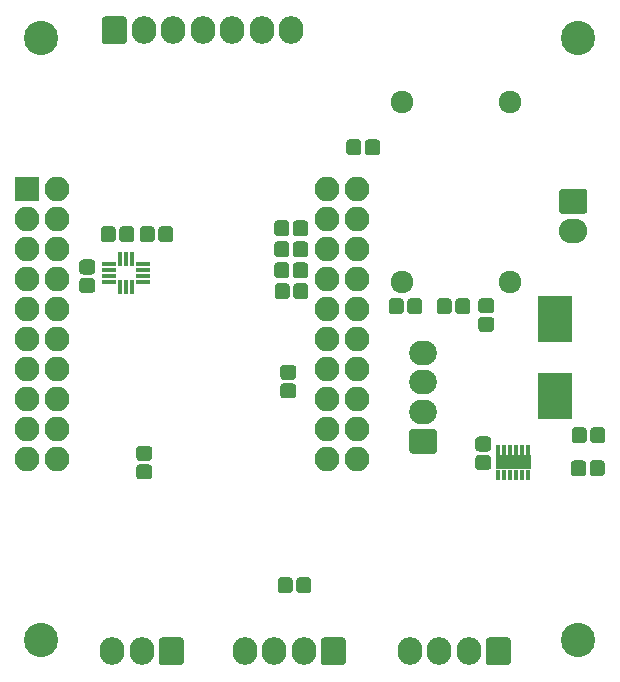
<source format=gbr>
G04 #@! TF.GenerationSoftware,KiCad,Pcbnew,5.0.0-fee4fd1~66~ubuntu16.04.1*
G04 #@! TF.CreationDate,2018-10-27T16:37:25+02:00*
G04 #@! TF.ProjectId,balancebot,62616C616E6365626F742E6B69636164,rev?*
G04 #@! TF.SameCoordinates,Original*
G04 #@! TF.FileFunction,Soldermask,Top*
G04 #@! TF.FilePolarity,Negative*
%FSLAX46Y46*%
G04 Gerber Fmt 4.6, Leading zero omitted, Abs format (unit mm)*
G04 Created by KiCad (PCBNEW 5.0.0-fee4fd1~66~ubuntu16.04.1) date Sat Oct 27 16:37:25 2018*
%MOMM*%
%LPD*%
G01*
G04 APERTURE LIST*
%ADD10C,0.100000*%
%ADD11C,1.275000*%
%ADD12R,2.900000X3.900000*%
%ADD13C,2.100000*%
%ADD14O,2.100000X2.350000*%
%ADD15O,2.400000X2.100000*%
%ADD16O,2.350000X2.100000*%
%ADD17R,1.200000X0.450000*%
%ADD18R,0.450000X1.200000*%
%ADD19R,1.300000X1.300000*%
%ADD20R,0.350000X0.900000*%
%ADD21C,1.924000*%
%ADD22C,2.900000*%
%ADD23O,2.100000X2.100000*%
%ADD24R,2.100000X2.100000*%
G04 APERTURE END LIST*
D10*
G04 #@! TO.C,R4*
G36*
X139287993Y-75780535D02*
X139318935Y-75785125D01*
X139349278Y-75792725D01*
X139378730Y-75803263D01*
X139407008Y-75816638D01*
X139433838Y-75832719D01*
X139458963Y-75851353D01*
X139482140Y-75872360D01*
X139503147Y-75895537D01*
X139521781Y-75920662D01*
X139537862Y-75947492D01*
X139551237Y-75975770D01*
X139561775Y-76005222D01*
X139569375Y-76035565D01*
X139573965Y-76066507D01*
X139575500Y-76097750D01*
X139575500Y-76810250D01*
X139573965Y-76841493D01*
X139569375Y-76872435D01*
X139561775Y-76902778D01*
X139551237Y-76932230D01*
X139537862Y-76960508D01*
X139521781Y-76987338D01*
X139503147Y-77012463D01*
X139482140Y-77035640D01*
X139458963Y-77056647D01*
X139433838Y-77075281D01*
X139407008Y-77091362D01*
X139378730Y-77104737D01*
X139349278Y-77115275D01*
X139318935Y-77122875D01*
X139287993Y-77127465D01*
X139256750Y-77129000D01*
X138619250Y-77129000D01*
X138588007Y-77127465D01*
X138557065Y-77122875D01*
X138526722Y-77115275D01*
X138497270Y-77104737D01*
X138468992Y-77091362D01*
X138442162Y-77075281D01*
X138417037Y-77056647D01*
X138393860Y-77035640D01*
X138372853Y-77012463D01*
X138354219Y-76987338D01*
X138338138Y-76960508D01*
X138324763Y-76932230D01*
X138314225Y-76902778D01*
X138306625Y-76872435D01*
X138302035Y-76841493D01*
X138300500Y-76810250D01*
X138300500Y-76097750D01*
X138302035Y-76066507D01*
X138306625Y-76035565D01*
X138314225Y-76005222D01*
X138324763Y-75975770D01*
X138338138Y-75947492D01*
X138354219Y-75920662D01*
X138372853Y-75895537D01*
X138393860Y-75872360D01*
X138417037Y-75851353D01*
X138442162Y-75832719D01*
X138468992Y-75816638D01*
X138497270Y-75803263D01*
X138526722Y-75792725D01*
X138557065Y-75785125D01*
X138588007Y-75780535D01*
X138619250Y-75779000D01*
X139256750Y-75779000D01*
X139287993Y-75780535D01*
X139287993Y-75780535D01*
G37*
D11*
X138938000Y-76454000D03*
D10*
G36*
X140862993Y-75780535D02*
X140893935Y-75785125D01*
X140924278Y-75792725D01*
X140953730Y-75803263D01*
X140982008Y-75816638D01*
X141008838Y-75832719D01*
X141033963Y-75851353D01*
X141057140Y-75872360D01*
X141078147Y-75895537D01*
X141096781Y-75920662D01*
X141112862Y-75947492D01*
X141126237Y-75975770D01*
X141136775Y-76005222D01*
X141144375Y-76035565D01*
X141148965Y-76066507D01*
X141150500Y-76097750D01*
X141150500Y-76810250D01*
X141148965Y-76841493D01*
X141144375Y-76872435D01*
X141136775Y-76902778D01*
X141126237Y-76932230D01*
X141112862Y-76960508D01*
X141096781Y-76987338D01*
X141078147Y-77012463D01*
X141057140Y-77035640D01*
X141033963Y-77056647D01*
X141008838Y-77075281D01*
X140982008Y-77091362D01*
X140953730Y-77104737D01*
X140924278Y-77115275D01*
X140893935Y-77122875D01*
X140862993Y-77127465D01*
X140831750Y-77129000D01*
X140194250Y-77129000D01*
X140163007Y-77127465D01*
X140132065Y-77122875D01*
X140101722Y-77115275D01*
X140072270Y-77104737D01*
X140043992Y-77091362D01*
X140017162Y-77075281D01*
X139992037Y-77056647D01*
X139968860Y-77035640D01*
X139947853Y-77012463D01*
X139929219Y-76987338D01*
X139913138Y-76960508D01*
X139899763Y-76932230D01*
X139889225Y-76902778D01*
X139881625Y-76872435D01*
X139877035Y-76841493D01*
X139875500Y-76810250D01*
X139875500Y-76097750D01*
X139877035Y-76066507D01*
X139881625Y-76035565D01*
X139889225Y-76005222D01*
X139899763Y-75975770D01*
X139913138Y-75947492D01*
X139929219Y-75920662D01*
X139947853Y-75895537D01*
X139968860Y-75872360D01*
X139992037Y-75851353D01*
X140017162Y-75832719D01*
X140043992Y-75816638D01*
X140072270Y-75803263D01*
X140101722Y-75792725D01*
X140132065Y-75785125D01*
X140163007Y-75780535D01*
X140194250Y-75779000D01*
X140831750Y-75779000D01*
X140862993Y-75780535D01*
X140862993Y-75780535D01*
G37*
D11*
X140513000Y-76454000D03*
G04 #@! TD*
D12*
G04 #@! TO.C,C1*
X162052000Y-85292000D03*
X162052000Y-78792000D03*
G04 #@! TD*
D10*
G04 #@! TO.C,C2*
G36*
X166008993Y-87972535D02*
X166039935Y-87977125D01*
X166070278Y-87984725D01*
X166099730Y-87995263D01*
X166128008Y-88008638D01*
X166154838Y-88024719D01*
X166179963Y-88043353D01*
X166203140Y-88064360D01*
X166224147Y-88087537D01*
X166242781Y-88112662D01*
X166258862Y-88139492D01*
X166272237Y-88167770D01*
X166282775Y-88197222D01*
X166290375Y-88227565D01*
X166294965Y-88258507D01*
X166296500Y-88289750D01*
X166296500Y-89002250D01*
X166294965Y-89033493D01*
X166290375Y-89064435D01*
X166282775Y-89094778D01*
X166272237Y-89124230D01*
X166258862Y-89152508D01*
X166242781Y-89179338D01*
X166224147Y-89204463D01*
X166203140Y-89227640D01*
X166179963Y-89248647D01*
X166154838Y-89267281D01*
X166128008Y-89283362D01*
X166099730Y-89296737D01*
X166070278Y-89307275D01*
X166039935Y-89314875D01*
X166008993Y-89319465D01*
X165977750Y-89321000D01*
X165340250Y-89321000D01*
X165309007Y-89319465D01*
X165278065Y-89314875D01*
X165247722Y-89307275D01*
X165218270Y-89296737D01*
X165189992Y-89283362D01*
X165163162Y-89267281D01*
X165138037Y-89248647D01*
X165114860Y-89227640D01*
X165093853Y-89204463D01*
X165075219Y-89179338D01*
X165059138Y-89152508D01*
X165045763Y-89124230D01*
X165035225Y-89094778D01*
X165027625Y-89064435D01*
X165023035Y-89033493D01*
X165021500Y-89002250D01*
X165021500Y-88289750D01*
X165023035Y-88258507D01*
X165027625Y-88227565D01*
X165035225Y-88197222D01*
X165045763Y-88167770D01*
X165059138Y-88139492D01*
X165075219Y-88112662D01*
X165093853Y-88087537D01*
X165114860Y-88064360D01*
X165138037Y-88043353D01*
X165163162Y-88024719D01*
X165189992Y-88008638D01*
X165218270Y-87995263D01*
X165247722Y-87984725D01*
X165278065Y-87977125D01*
X165309007Y-87972535D01*
X165340250Y-87971000D01*
X165977750Y-87971000D01*
X166008993Y-87972535D01*
X166008993Y-87972535D01*
G37*
D11*
X165659000Y-88646000D03*
D10*
G36*
X164433993Y-87972535D02*
X164464935Y-87977125D01*
X164495278Y-87984725D01*
X164524730Y-87995263D01*
X164553008Y-88008638D01*
X164579838Y-88024719D01*
X164604963Y-88043353D01*
X164628140Y-88064360D01*
X164649147Y-88087537D01*
X164667781Y-88112662D01*
X164683862Y-88139492D01*
X164697237Y-88167770D01*
X164707775Y-88197222D01*
X164715375Y-88227565D01*
X164719965Y-88258507D01*
X164721500Y-88289750D01*
X164721500Y-89002250D01*
X164719965Y-89033493D01*
X164715375Y-89064435D01*
X164707775Y-89094778D01*
X164697237Y-89124230D01*
X164683862Y-89152508D01*
X164667781Y-89179338D01*
X164649147Y-89204463D01*
X164628140Y-89227640D01*
X164604963Y-89248647D01*
X164579838Y-89267281D01*
X164553008Y-89283362D01*
X164524730Y-89296737D01*
X164495278Y-89307275D01*
X164464935Y-89314875D01*
X164433993Y-89319465D01*
X164402750Y-89321000D01*
X163765250Y-89321000D01*
X163734007Y-89319465D01*
X163703065Y-89314875D01*
X163672722Y-89307275D01*
X163643270Y-89296737D01*
X163614992Y-89283362D01*
X163588162Y-89267281D01*
X163563037Y-89248647D01*
X163539860Y-89227640D01*
X163518853Y-89204463D01*
X163500219Y-89179338D01*
X163484138Y-89152508D01*
X163470763Y-89124230D01*
X163460225Y-89094778D01*
X163452625Y-89064435D01*
X163448035Y-89033493D01*
X163446500Y-89002250D01*
X163446500Y-88289750D01*
X163448035Y-88258507D01*
X163452625Y-88227565D01*
X163460225Y-88197222D01*
X163470763Y-88167770D01*
X163484138Y-88139492D01*
X163500219Y-88112662D01*
X163518853Y-88087537D01*
X163539860Y-88064360D01*
X163563037Y-88043353D01*
X163588162Y-88024719D01*
X163614992Y-88008638D01*
X163643270Y-87995263D01*
X163672722Y-87984725D01*
X163703065Y-87977125D01*
X163734007Y-87972535D01*
X163765250Y-87971000D01*
X164402750Y-87971000D01*
X164433993Y-87972535D01*
X164433993Y-87972535D01*
G37*
D11*
X164084000Y-88646000D03*
G04 #@! TD*
D10*
G04 #@! TO.C,C3*
G36*
X124555993Y-70954535D02*
X124586935Y-70959125D01*
X124617278Y-70966725D01*
X124646730Y-70977263D01*
X124675008Y-70990638D01*
X124701838Y-71006719D01*
X124726963Y-71025353D01*
X124750140Y-71046360D01*
X124771147Y-71069537D01*
X124789781Y-71094662D01*
X124805862Y-71121492D01*
X124819237Y-71149770D01*
X124829775Y-71179222D01*
X124837375Y-71209565D01*
X124841965Y-71240507D01*
X124843500Y-71271750D01*
X124843500Y-71984250D01*
X124841965Y-72015493D01*
X124837375Y-72046435D01*
X124829775Y-72076778D01*
X124819237Y-72106230D01*
X124805862Y-72134508D01*
X124789781Y-72161338D01*
X124771147Y-72186463D01*
X124750140Y-72209640D01*
X124726963Y-72230647D01*
X124701838Y-72249281D01*
X124675008Y-72265362D01*
X124646730Y-72278737D01*
X124617278Y-72289275D01*
X124586935Y-72296875D01*
X124555993Y-72301465D01*
X124524750Y-72303000D01*
X123887250Y-72303000D01*
X123856007Y-72301465D01*
X123825065Y-72296875D01*
X123794722Y-72289275D01*
X123765270Y-72278737D01*
X123736992Y-72265362D01*
X123710162Y-72249281D01*
X123685037Y-72230647D01*
X123661860Y-72209640D01*
X123640853Y-72186463D01*
X123622219Y-72161338D01*
X123606138Y-72134508D01*
X123592763Y-72106230D01*
X123582225Y-72076778D01*
X123574625Y-72046435D01*
X123570035Y-72015493D01*
X123568500Y-71984250D01*
X123568500Y-71271750D01*
X123570035Y-71240507D01*
X123574625Y-71209565D01*
X123582225Y-71179222D01*
X123592763Y-71149770D01*
X123606138Y-71121492D01*
X123622219Y-71094662D01*
X123640853Y-71069537D01*
X123661860Y-71046360D01*
X123685037Y-71025353D01*
X123710162Y-71006719D01*
X123736992Y-70990638D01*
X123765270Y-70977263D01*
X123794722Y-70966725D01*
X123825065Y-70959125D01*
X123856007Y-70954535D01*
X123887250Y-70953000D01*
X124524750Y-70953000D01*
X124555993Y-70954535D01*
X124555993Y-70954535D01*
G37*
D11*
X124206000Y-71628000D03*
D10*
G36*
X126130993Y-70954535D02*
X126161935Y-70959125D01*
X126192278Y-70966725D01*
X126221730Y-70977263D01*
X126250008Y-70990638D01*
X126276838Y-71006719D01*
X126301963Y-71025353D01*
X126325140Y-71046360D01*
X126346147Y-71069537D01*
X126364781Y-71094662D01*
X126380862Y-71121492D01*
X126394237Y-71149770D01*
X126404775Y-71179222D01*
X126412375Y-71209565D01*
X126416965Y-71240507D01*
X126418500Y-71271750D01*
X126418500Y-71984250D01*
X126416965Y-72015493D01*
X126412375Y-72046435D01*
X126404775Y-72076778D01*
X126394237Y-72106230D01*
X126380862Y-72134508D01*
X126364781Y-72161338D01*
X126346147Y-72186463D01*
X126325140Y-72209640D01*
X126301963Y-72230647D01*
X126276838Y-72249281D01*
X126250008Y-72265362D01*
X126221730Y-72278737D01*
X126192278Y-72289275D01*
X126161935Y-72296875D01*
X126130993Y-72301465D01*
X126099750Y-72303000D01*
X125462250Y-72303000D01*
X125431007Y-72301465D01*
X125400065Y-72296875D01*
X125369722Y-72289275D01*
X125340270Y-72278737D01*
X125311992Y-72265362D01*
X125285162Y-72249281D01*
X125260037Y-72230647D01*
X125236860Y-72209640D01*
X125215853Y-72186463D01*
X125197219Y-72161338D01*
X125181138Y-72134508D01*
X125167763Y-72106230D01*
X125157225Y-72076778D01*
X125149625Y-72046435D01*
X125145035Y-72015493D01*
X125143500Y-71984250D01*
X125143500Y-71271750D01*
X125145035Y-71240507D01*
X125149625Y-71209565D01*
X125157225Y-71179222D01*
X125167763Y-71149770D01*
X125181138Y-71121492D01*
X125197219Y-71094662D01*
X125215853Y-71069537D01*
X125236860Y-71046360D01*
X125260037Y-71025353D01*
X125285162Y-71006719D01*
X125311992Y-70990638D01*
X125340270Y-70977263D01*
X125369722Y-70966725D01*
X125400065Y-70959125D01*
X125431007Y-70954535D01*
X125462250Y-70953000D01*
X126099750Y-70953000D01*
X126130993Y-70954535D01*
X126130993Y-70954535D01*
G37*
D11*
X125781000Y-71628000D03*
G04 #@! TD*
D10*
G04 #@! TO.C,C4*
G36*
X129432993Y-70954535D02*
X129463935Y-70959125D01*
X129494278Y-70966725D01*
X129523730Y-70977263D01*
X129552008Y-70990638D01*
X129578838Y-71006719D01*
X129603963Y-71025353D01*
X129627140Y-71046360D01*
X129648147Y-71069537D01*
X129666781Y-71094662D01*
X129682862Y-71121492D01*
X129696237Y-71149770D01*
X129706775Y-71179222D01*
X129714375Y-71209565D01*
X129718965Y-71240507D01*
X129720500Y-71271750D01*
X129720500Y-71984250D01*
X129718965Y-72015493D01*
X129714375Y-72046435D01*
X129706775Y-72076778D01*
X129696237Y-72106230D01*
X129682862Y-72134508D01*
X129666781Y-72161338D01*
X129648147Y-72186463D01*
X129627140Y-72209640D01*
X129603963Y-72230647D01*
X129578838Y-72249281D01*
X129552008Y-72265362D01*
X129523730Y-72278737D01*
X129494278Y-72289275D01*
X129463935Y-72296875D01*
X129432993Y-72301465D01*
X129401750Y-72303000D01*
X128764250Y-72303000D01*
X128733007Y-72301465D01*
X128702065Y-72296875D01*
X128671722Y-72289275D01*
X128642270Y-72278737D01*
X128613992Y-72265362D01*
X128587162Y-72249281D01*
X128562037Y-72230647D01*
X128538860Y-72209640D01*
X128517853Y-72186463D01*
X128499219Y-72161338D01*
X128483138Y-72134508D01*
X128469763Y-72106230D01*
X128459225Y-72076778D01*
X128451625Y-72046435D01*
X128447035Y-72015493D01*
X128445500Y-71984250D01*
X128445500Y-71271750D01*
X128447035Y-71240507D01*
X128451625Y-71209565D01*
X128459225Y-71179222D01*
X128469763Y-71149770D01*
X128483138Y-71121492D01*
X128499219Y-71094662D01*
X128517853Y-71069537D01*
X128538860Y-71046360D01*
X128562037Y-71025353D01*
X128587162Y-71006719D01*
X128613992Y-70990638D01*
X128642270Y-70977263D01*
X128671722Y-70966725D01*
X128702065Y-70959125D01*
X128733007Y-70954535D01*
X128764250Y-70953000D01*
X129401750Y-70953000D01*
X129432993Y-70954535D01*
X129432993Y-70954535D01*
G37*
D11*
X129083000Y-71628000D03*
D10*
G36*
X127857993Y-70954535D02*
X127888935Y-70959125D01*
X127919278Y-70966725D01*
X127948730Y-70977263D01*
X127977008Y-70990638D01*
X128003838Y-71006719D01*
X128028963Y-71025353D01*
X128052140Y-71046360D01*
X128073147Y-71069537D01*
X128091781Y-71094662D01*
X128107862Y-71121492D01*
X128121237Y-71149770D01*
X128131775Y-71179222D01*
X128139375Y-71209565D01*
X128143965Y-71240507D01*
X128145500Y-71271750D01*
X128145500Y-71984250D01*
X128143965Y-72015493D01*
X128139375Y-72046435D01*
X128131775Y-72076778D01*
X128121237Y-72106230D01*
X128107862Y-72134508D01*
X128091781Y-72161338D01*
X128073147Y-72186463D01*
X128052140Y-72209640D01*
X128028963Y-72230647D01*
X128003838Y-72249281D01*
X127977008Y-72265362D01*
X127948730Y-72278737D01*
X127919278Y-72289275D01*
X127888935Y-72296875D01*
X127857993Y-72301465D01*
X127826750Y-72303000D01*
X127189250Y-72303000D01*
X127158007Y-72301465D01*
X127127065Y-72296875D01*
X127096722Y-72289275D01*
X127067270Y-72278737D01*
X127038992Y-72265362D01*
X127012162Y-72249281D01*
X126987037Y-72230647D01*
X126963860Y-72209640D01*
X126942853Y-72186463D01*
X126924219Y-72161338D01*
X126908138Y-72134508D01*
X126894763Y-72106230D01*
X126884225Y-72076778D01*
X126876625Y-72046435D01*
X126872035Y-72015493D01*
X126870500Y-71984250D01*
X126870500Y-71271750D01*
X126872035Y-71240507D01*
X126876625Y-71209565D01*
X126884225Y-71179222D01*
X126894763Y-71149770D01*
X126908138Y-71121492D01*
X126924219Y-71094662D01*
X126942853Y-71069537D01*
X126963860Y-71046360D01*
X126987037Y-71025353D01*
X127012162Y-71006719D01*
X127038992Y-70990638D01*
X127067270Y-70977263D01*
X127096722Y-70966725D01*
X127127065Y-70959125D01*
X127158007Y-70954535D01*
X127189250Y-70953000D01*
X127826750Y-70953000D01*
X127857993Y-70954535D01*
X127857993Y-70954535D01*
G37*
D11*
X127508000Y-71628000D03*
G04 #@! TD*
D10*
G04 #@! TO.C,C5*
G36*
X165957993Y-90766535D02*
X165988935Y-90771125D01*
X166019278Y-90778725D01*
X166048730Y-90789263D01*
X166077008Y-90802638D01*
X166103838Y-90818719D01*
X166128963Y-90837353D01*
X166152140Y-90858360D01*
X166173147Y-90881537D01*
X166191781Y-90906662D01*
X166207862Y-90933492D01*
X166221237Y-90961770D01*
X166231775Y-90991222D01*
X166239375Y-91021565D01*
X166243965Y-91052507D01*
X166245500Y-91083750D01*
X166245500Y-91796250D01*
X166243965Y-91827493D01*
X166239375Y-91858435D01*
X166231775Y-91888778D01*
X166221237Y-91918230D01*
X166207862Y-91946508D01*
X166191781Y-91973338D01*
X166173147Y-91998463D01*
X166152140Y-92021640D01*
X166128963Y-92042647D01*
X166103838Y-92061281D01*
X166077008Y-92077362D01*
X166048730Y-92090737D01*
X166019278Y-92101275D01*
X165988935Y-92108875D01*
X165957993Y-92113465D01*
X165926750Y-92115000D01*
X165289250Y-92115000D01*
X165258007Y-92113465D01*
X165227065Y-92108875D01*
X165196722Y-92101275D01*
X165167270Y-92090737D01*
X165138992Y-92077362D01*
X165112162Y-92061281D01*
X165087037Y-92042647D01*
X165063860Y-92021640D01*
X165042853Y-91998463D01*
X165024219Y-91973338D01*
X165008138Y-91946508D01*
X164994763Y-91918230D01*
X164984225Y-91888778D01*
X164976625Y-91858435D01*
X164972035Y-91827493D01*
X164970500Y-91796250D01*
X164970500Y-91083750D01*
X164972035Y-91052507D01*
X164976625Y-91021565D01*
X164984225Y-90991222D01*
X164994763Y-90961770D01*
X165008138Y-90933492D01*
X165024219Y-90906662D01*
X165042853Y-90881537D01*
X165063860Y-90858360D01*
X165087037Y-90837353D01*
X165112162Y-90818719D01*
X165138992Y-90802638D01*
X165167270Y-90789263D01*
X165196722Y-90778725D01*
X165227065Y-90771125D01*
X165258007Y-90766535D01*
X165289250Y-90765000D01*
X165926750Y-90765000D01*
X165957993Y-90766535D01*
X165957993Y-90766535D01*
G37*
D11*
X165608000Y-91440000D03*
D10*
G36*
X164382993Y-90766535D02*
X164413935Y-90771125D01*
X164444278Y-90778725D01*
X164473730Y-90789263D01*
X164502008Y-90802638D01*
X164528838Y-90818719D01*
X164553963Y-90837353D01*
X164577140Y-90858360D01*
X164598147Y-90881537D01*
X164616781Y-90906662D01*
X164632862Y-90933492D01*
X164646237Y-90961770D01*
X164656775Y-90991222D01*
X164664375Y-91021565D01*
X164668965Y-91052507D01*
X164670500Y-91083750D01*
X164670500Y-91796250D01*
X164668965Y-91827493D01*
X164664375Y-91858435D01*
X164656775Y-91888778D01*
X164646237Y-91918230D01*
X164632862Y-91946508D01*
X164616781Y-91973338D01*
X164598147Y-91998463D01*
X164577140Y-92021640D01*
X164553963Y-92042647D01*
X164528838Y-92061281D01*
X164502008Y-92077362D01*
X164473730Y-92090737D01*
X164444278Y-92101275D01*
X164413935Y-92108875D01*
X164382993Y-92113465D01*
X164351750Y-92115000D01*
X163714250Y-92115000D01*
X163683007Y-92113465D01*
X163652065Y-92108875D01*
X163621722Y-92101275D01*
X163592270Y-92090737D01*
X163563992Y-92077362D01*
X163537162Y-92061281D01*
X163512037Y-92042647D01*
X163488860Y-92021640D01*
X163467853Y-91998463D01*
X163449219Y-91973338D01*
X163433138Y-91946508D01*
X163419763Y-91918230D01*
X163409225Y-91888778D01*
X163401625Y-91858435D01*
X163397035Y-91827493D01*
X163395500Y-91796250D01*
X163395500Y-91083750D01*
X163397035Y-91052507D01*
X163401625Y-91021565D01*
X163409225Y-90991222D01*
X163419763Y-90961770D01*
X163433138Y-90933492D01*
X163449219Y-90906662D01*
X163467853Y-90881537D01*
X163488860Y-90858360D01*
X163512037Y-90837353D01*
X163537162Y-90818719D01*
X163563992Y-90802638D01*
X163592270Y-90789263D01*
X163621722Y-90778725D01*
X163652065Y-90771125D01*
X163683007Y-90766535D01*
X163714250Y-90765000D01*
X164351750Y-90765000D01*
X164382993Y-90766535D01*
X164382993Y-90766535D01*
G37*
D11*
X164033000Y-91440000D03*
G04 #@! TD*
D10*
G04 #@! TO.C,C6*
G36*
X145358493Y-63588535D02*
X145389435Y-63593125D01*
X145419778Y-63600725D01*
X145449230Y-63611263D01*
X145477508Y-63624638D01*
X145504338Y-63640719D01*
X145529463Y-63659353D01*
X145552640Y-63680360D01*
X145573647Y-63703537D01*
X145592281Y-63728662D01*
X145608362Y-63755492D01*
X145621737Y-63783770D01*
X145632275Y-63813222D01*
X145639875Y-63843565D01*
X145644465Y-63874507D01*
X145646000Y-63905750D01*
X145646000Y-64618250D01*
X145644465Y-64649493D01*
X145639875Y-64680435D01*
X145632275Y-64710778D01*
X145621737Y-64740230D01*
X145608362Y-64768508D01*
X145592281Y-64795338D01*
X145573647Y-64820463D01*
X145552640Y-64843640D01*
X145529463Y-64864647D01*
X145504338Y-64883281D01*
X145477508Y-64899362D01*
X145449230Y-64912737D01*
X145419778Y-64923275D01*
X145389435Y-64930875D01*
X145358493Y-64935465D01*
X145327250Y-64937000D01*
X144689750Y-64937000D01*
X144658507Y-64935465D01*
X144627565Y-64930875D01*
X144597222Y-64923275D01*
X144567770Y-64912737D01*
X144539492Y-64899362D01*
X144512662Y-64883281D01*
X144487537Y-64864647D01*
X144464360Y-64843640D01*
X144443353Y-64820463D01*
X144424719Y-64795338D01*
X144408638Y-64768508D01*
X144395263Y-64740230D01*
X144384725Y-64710778D01*
X144377125Y-64680435D01*
X144372535Y-64649493D01*
X144371000Y-64618250D01*
X144371000Y-63905750D01*
X144372535Y-63874507D01*
X144377125Y-63843565D01*
X144384725Y-63813222D01*
X144395263Y-63783770D01*
X144408638Y-63755492D01*
X144424719Y-63728662D01*
X144443353Y-63703537D01*
X144464360Y-63680360D01*
X144487537Y-63659353D01*
X144512662Y-63640719D01*
X144539492Y-63624638D01*
X144567770Y-63611263D01*
X144597222Y-63600725D01*
X144627565Y-63593125D01*
X144658507Y-63588535D01*
X144689750Y-63587000D01*
X145327250Y-63587000D01*
X145358493Y-63588535D01*
X145358493Y-63588535D01*
G37*
D11*
X145008500Y-64262000D03*
D10*
G36*
X146933493Y-63588535D02*
X146964435Y-63593125D01*
X146994778Y-63600725D01*
X147024230Y-63611263D01*
X147052508Y-63624638D01*
X147079338Y-63640719D01*
X147104463Y-63659353D01*
X147127640Y-63680360D01*
X147148647Y-63703537D01*
X147167281Y-63728662D01*
X147183362Y-63755492D01*
X147196737Y-63783770D01*
X147207275Y-63813222D01*
X147214875Y-63843565D01*
X147219465Y-63874507D01*
X147221000Y-63905750D01*
X147221000Y-64618250D01*
X147219465Y-64649493D01*
X147214875Y-64680435D01*
X147207275Y-64710778D01*
X147196737Y-64740230D01*
X147183362Y-64768508D01*
X147167281Y-64795338D01*
X147148647Y-64820463D01*
X147127640Y-64843640D01*
X147104463Y-64864647D01*
X147079338Y-64883281D01*
X147052508Y-64899362D01*
X147024230Y-64912737D01*
X146994778Y-64923275D01*
X146964435Y-64930875D01*
X146933493Y-64935465D01*
X146902250Y-64937000D01*
X146264750Y-64937000D01*
X146233507Y-64935465D01*
X146202565Y-64930875D01*
X146172222Y-64923275D01*
X146142770Y-64912737D01*
X146114492Y-64899362D01*
X146087662Y-64883281D01*
X146062537Y-64864647D01*
X146039360Y-64843640D01*
X146018353Y-64820463D01*
X145999719Y-64795338D01*
X145983638Y-64768508D01*
X145970263Y-64740230D01*
X145959725Y-64710778D01*
X145952125Y-64680435D01*
X145947535Y-64649493D01*
X145946000Y-64618250D01*
X145946000Y-63905750D01*
X145947535Y-63874507D01*
X145952125Y-63843565D01*
X145959725Y-63813222D01*
X145970263Y-63783770D01*
X145983638Y-63755492D01*
X145999719Y-63728662D01*
X146018353Y-63703537D01*
X146039360Y-63680360D01*
X146062537Y-63659353D01*
X146087662Y-63640719D01*
X146114492Y-63624638D01*
X146142770Y-63611263D01*
X146172222Y-63600725D01*
X146202565Y-63593125D01*
X146233507Y-63588535D01*
X146264750Y-63587000D01*
X146902250Y-63587000D01*
X146933493Y-63588535D01*
X146933493Y-63588535D01*
G37*
D11*
X146583500Y-64262000D03*
G04 #@! TD*
D10*
G04 #@! TO.C,C7*
G36*
X139833493Y-82676035D02*
X139864435Y-82680625D01*
X139894778Y-82688225D01*
X139924230Y-82698763D01*
X139952508Y-82712138D01*
X139979338Y-82728219D01*
X140004463Y-82746853D01*
X140027640Y-82767860D01*
X140048647Y-82791037D01*
X140067281Y-82816162D01*
X140083362Y-82842992D01*
X140096737Y-82871270D01*
X140107275Y-82900722D01*
X140114875Y-82931065D01*
X140119465Y-82962007D01*
X140121000Y-82993250D01*
X140121000Y-83630750D01*
X140119465Y-83661993D01*
X140114875Y-83692935D01*
X140107275Y-83723278D01*
X140096737Y-83752730D01*
X140083362Y-83781008D01*
X140067281Y-83807838D01*
X140048647Y-83832963D01*
X140027640Y-83856140D01*
X140004463Y-83877147D01*
X139979338Y-83895781D01*
X139952508Y-83911862D01*
X139924230Y-83925237D01*
X139894778Y-83935775D01*
X139864435Y-83943375D01*
X139833493Y-83947965D01*
X139802250Y-83949500D01*
X139089750Y-83949500D01*
X139058507Y-83947965D01*
X139027565Y-83943375D01*
X138997222Y-83935775D01*
X138967770Y-83925237D01*
X138939492Y-83911862D01*
X138912662Y-83895781D01*
X138887537Y-83877147D01*
X138864360Y-83856140D01*
X138843353Y-83832963D01*
X138824719Y-83807838D01*
X138808638Y-83781008D01*
X138795263Y-83752730D01*
X138784725Y-83723278D01*
X138777125Y-83692935D01*
X138772535Y-83661993D01*
X138771000Y-83630750D01*
X138771000Y-82993250D01*
X138772535Y-82962007D01*
X138777125Y-82931065D01*
X138784725Y-82900722D01*
X138795263Y-82871270D01*
X138808638Y-82842992D01*
X138824719Y-82816162D01*
X138843353Y-82791037D01*
X138864360Y-82767860D01*
X138887537Y-82746853D01*
X138912662Y-82728219D01*
X138939492Y-82712138D01*
X138967770Y-82698763D01*
X138997222Y-82688225D01*
X139027565Y-82680625D01*
X139058507Y-82676035D01*
X139089750Y-82674500D01*
X139802250Y-82674500D01*
X139833493Y-82676035D01*
X139833493Y-82676035D01*
G37*
D11*
X139446000Y-83312000D03*
D10*
G36*
X139833493Y-84251035D02*
X139864435Y-84255625D01*
X139894778Y-84263225D01*
X139924230Y-84273763D01*
X139952508Y-84287138D01*
X139979338Y-84303219D01*
X140004463Y-84321853D01*
X140027640Y-84342860D01*
X140048647Y-84366037D01*
X140067281Y-84391162D01*
X140083362Y-84417992D01*
X140096737Y-84446270D01*
X140107275Y-84475722D01*
X140114875Y-84506065D01*
X140119465Y-84537007D01*
X140121000Y-84568250D01*
X140121000Y-85205750D01*
X140119465Y-85236993D01*
X140114875Y-85267935D01*
X140107275Y-85298278D01*
X140096737Y-85327730D01*
X140083362Y-85356008D01*
X140067281Y-85382838D01*
X140048647Y-85407963D01*
X140027640Y-85431140D01*
X140004463Y-85452147D01*
X139979338Y-85470781D01*
X139952508Y-85486862D01*
X139924230Y-85500237D01*
X139894778Y-85510775D01*
X139864435Y-85518375D01*
X139833493Y-85522965D01*
X139802250Y-85524500D01*
X139089750Y-85524500D01*
X139058507Y-85522965D01*
X139027565Y-85518375D01*
X138997222Y-85510775D01*
X138967770Y-85500237D01*
X138939492Y-85486862D01*
X138912662Y-85470781D01*
X138887537Y-85452147D01*
X138864360Y-85431140D01*
X138843353Y-85407963D01*
X138824719Y-85382838D01*
X138808638Y-85356008D01*
X138795263Y-85327730D01*
X138784725Y-85298278D01*
X138777125Y-85267935D01*
X138772535Y-85236993D01*
X138771000Y-85205750D01*
X138771000Y-84568250D01*
X138772535Y-84537007D01*
X138777125Y-84506065D01*
X138784725Y-84475722D01*
X138795263Y-84446270D01*
X138808638Y-84417992D01*
X138824719Y-84391162D01*
X138843353Y-84366037D01*
X138864360Y-84342860D01*
X138887537Y-84321853D01*
X138912662Y-84303219D01*
X138939492Y-84287138D01*
X138967770Y-84273763D01*
X138997222Y-84263225D01*
X139027565Y-84255625D01*
X139058507Y-84251035D01*
X139089750Y-84249500D01*
X139802250Y-84249500D01*
X139833493Y-84251035D01*
X139833493Y-84251035D01*
G37*
D11*
X139446000Y-84887000D03*
G04 #@! TD*
D10*
G04 #@! TO.C,C8*
G36*
X139541993Y-100672535D02*
X139572935Y-100677125D01*
X139603278Y-100684725D01*
X139632730Y-100695263D01*
X139661008Y-100708638D01*
X139687838Y-100724719D01*
X139712963Y-100743353D01*
X139736140Y-100764360D01*
X139757147Y-100787537D01*
X139775781Y-100812662D01*
X139791862Y-100839492D01*
X139805237Y-100867770D01*
X139815775Y-100897222D01*
X139823375Y-100927565D01*
X139827965Y-100958507D01*
X139829500Y-100989750D01*
X139829500Y-101702250D01*
X139827965Y-101733493D01*
X139823375Y-101764435D01*
X139815775Y-101794778D01*
X139805237Y-101824230D01*
X139791862Y-101852508D01*
X139775781Y-101879338D01*
X139757147Y-101904463D01*
X139736140Y-101927640D01*
X139712963Y-101948647D01*
X139687838Y-101967281D01*
X139661008Y-101983362D01*
X139632730Y-101996737D01*
X139603278Y-102007275D01*
X139572935Y-102014875D01*
X139541993Y-102019465D01*
X139510750Y-102021000D01*
X138873250Y-102021000D01*
X138842007Y-102019465D01*
X138811065Y-102014875D01*
X138780722Y-102007275D01*
X138751270Y-101996737D01*
X138722992Y-101983362D01*
X138696162Y-101967281D01*
X138671037Y-101948647D01*
X138647860Y-101927640D01*
X138626853Y-101904463D01*
X138608219Y-101879338D01*
X138592138Y-101852508D01*
X138578763Y-101824230D01*
X138568225Y-101794778D01*
X138560625Y-101764435D01*
X138556035Y-101733493D01*
X138554500Y-101702250D01*
X138554500Y-100989750D01*
X138556035Y-100958507D01*
X138560625Y-100927565D01*
X138568225Y-100897222D01*
X138578763Y-100867770D01*
X138592138Y-100839492D01*
X138608219Y-100812662D01*
X138626853Y-100787537D01*
X138647860Y-100764360D01*
X138671037Y-100743353D01*
X138696162Y-100724719D01*
X138722992Y-100708638D01*
X138751270Y-100695263D01*
X138780722Y-100684725D01*
X138811065Y-100677125D01*
X138842007Y-100672535D01*
X138873250Y-100671000D01*
X139510750Y-100671000D01*
X139541993Y-100672535D01*
X139541993Y-100672535D01*
G37*
D11*
X139192000Y-101346000D03*
D10*
G36*
X141116993Y-100672535D02*
X141147935Y-100677125D01*
X141178278Y-100684725D01*
X141207730Y-100695263D01*
X141236008Y-100708638D01*
X141262838Y-100724719D01*
X141287963Y-100743353D01*
X141311140Y-100764360D01*
X141332147Y-100787537D01*
X141350781Y-100812662D01*
X141366862Y-100839492D01*
X141380237Y-100867770D01*
X141390775Y-100897222D01*
X141398375Y-100927565D01*
X141402965Y-100958507D01*
X141404500Y-100989750D01*
X141404500Y-101702250D01*
X141402965Y-101733493D01*
X141398375Y-101764435D01*
X141390775Y-101794778D01*
X141380237Y-101824230D01*
X141366862Y-101852508D01*
X141350781Y-101879338D01*
X141332147Y-101904463D01*
X141311140Y-101927640D01*
X141287963Y-101948647D01*
X141262838Y-101967281D01*
X141236008Y-101983362D01*
X141207730Y-101996737D01*
X141178278Y-102007275D01*
X141147935Y-102014875D01*
X141116993Y-102019465D01*
X141085750Y-102021000D01*
X140448250Y-102021000D01*
X140417007Y-102019465D01*
X140386065Y-102014875D01*
X140355722Y-102007275D01*
X140326270Y-101996737D01*
X140297992Y-101983362D01*
X140271162Y-101967281D01*
X140246037Y-101948647D01*
X140222860Y-101927640D01*
X140201853Y-101904463D01*
X140183219Y-101879338D01*
X140167138Y-101852508D01*
X140153763Y-101824230D01*
X140143225Y-101794778D01*
X140135625Y-101764435D01*
X140131035Y-101733493D01*
X140129500Y-101702250D01*
X140129500Y-100989750D01*
X140131035Y-100958507D01*
X140135625Y-100927565D01*
X140143225Y-100897222D01*
X140153763Y-100867770D01*
X140167138Y-100839492D01*
X140183219Y-100812662D01*
X140201853Y-100787537D01*
X140222860Y-100764360D01*
X140246037Y-100743353D01*
X140271162Y-100724719D01*
X140297992Y-100708638D01*
X140326270Y-100695263D01*
X140355722Y-100684725D01*
X140386065Y-100677125D01*
X140417007Y-100672535D01*
X140448250Y-100671000D01*
X141085750Y-100671000D01*
X141116993Y-100672535D01*
X141116993Y-100672535D01*
G37*
D11*
X140767000Y-101346000D03*
G04 #@! TD*
D10*
G04 #@! TO.C,C9*
G36*
X156343493Y-88746535D02*
X156374435Y-88751125D01*
X156404778Y-88758725D01*
X156434230Y-88769263D01*
X156462508Y-88782638D01*
X156489338Y-88798719D01*
X156514463Y-88817353D01*
X156537640Y-88838360D01*
X156558647Y-88861537D01*
X156577281Y-88886662D01*
X156593362Y-88913492D01*
X156606737Y-88941770D01*
X156617275Y-88971222D01*
X156624875Y-89001565D01*
X156629465Y-89032507D01*
X156631000Y-89063750D01*
X156631000Y-89701250D01*
X156629465Y-89732493D01*
X156624875Y-89763435D01*
X156617275Y-89793778D01*
X156606737Y-89823230D01*
X156593362Y-89851508D01*
X156577281Y-89878338D01*
X156558647Y-89903463D01*
X156537640Y-89926640D01*
X156514463Y-89947647D01*
X156489338Y-89966281D01*
X156462508Y-89982362D01*
X156434230Y-89995737D01*
X156404778Y-90006275D01*
X156374435Y-90013875D01*
X156343493Y-90018465D01*
X156312250Y-90020000D01*
X155599750Y-90020000D01*
X155568507Y-90018465D01*
X155537565Y-90013875D01*
X155507222Y-90006275D01*
X155477770Y-89995737D01*
X155449492Y-89982362D01*
X155422662Y-89966281D01*
X155397537Y-89947647D01*
X155374360Y-89926640D01*
X155353353Y-89903463D01*
X155334719Y-89878338D01*
X155318638Y-89851508D01*
X155305263Y-89823230D01*
X155294725Y-89793778D01*
X155287125Y-89763435D01*
X155282535Y-89732493D01*
X155281000Y-89701250D01*
X155281000Y-89063750D01*
X155282535Y-89032507D01*
X155287125Y-89001565D01*
X155294725Y-88971222D01*
X155305263Y-88941770D01*
X155318638Y-88913492D01*
X155334719Y-88886662D01*
X155353353Y-88861537D01*
X155374360Y-88838360D01*
X155397537Y-88817353D01*
X155422662Y-88798719D01*
X155449492Y-88782638D01*
X155477770Y-88769263D01*
X155507222Y-88758725D01*
X155537565Y-88751125D01*
X155568507Y-88746535D01*
X155599750Y-88745000D01*
X156312250Y-88745000D01*
X156343493Y-88746535D01*
X156343493Y-88746535D01*
G37*
D11*
X155956000Y-89382500D03*
D10*
G36*
X156343493Y-90321535D02*
X156374435Y-90326125D01*
X156404778Y-90333725D01*
X156434230Y-90344263D01*
X156462508Y-90357638D01*
X156489338Y-90373719D01*
X156514463Y-90392353D01*
X156537640Y-90413360D01*
X156558647Y-90436537D01*
X156577281Y-90461662D01*
X156593362Y-90488492D01*
X156606737Y-90516770D01*
X156617275Y-90546222D01*
X156624875Y-90576565D01*
X156629465Y-90607507D01*
X156631000Y-90638750D01*
X156631000Y-91276250D01*
X156629465Y-91307493D01*
X156624875Y-91338435D01*
X156617275Y-91368778D01*
X156606737Y-91398230D01*
X156593362Y-91426508D01*
X156577281Y-91453338D01*
X156558647Y-91478463D01*
X156537640Y-91501640D01*
X156514463Y-91522647D01*
X156489338Y-91541281D01*
X156462508Y-91557362D01*
X156434230Y-91570737D01*
X156404778Y-91581275D01*
X156374435Y-91588875D01*
X156343493Y-91593465D01*
X156312250Y-91595000D01*
X155599750Y-91595000D01*
X155568507Y-91593465D01*
X155537565Y-91588875D01*
X155507222Y-91581275D01*
X155477770Y-91570737D01*
X155449492Y-91557362D01*
X155422662Y-91541281D01*
X155397537Y-91522647D01*
X155374360Y-91501640D01*
X155353353Y-91478463D01*
X155334719Y-91453338D01*
X155318638Y-91426508D01*
X155305263Y-91398230D01*
X155294725Y-91368778D01*
X155287125Y-91338435D01*
X155282535Y-91307493D01*
X155281000Y-91276250D01*
X155281000Y-90638750D01*
X155282535Y-90607507D01*
X155287125Y-90576565D01*
X155294725Y-90546222D01*
X155305263Y-90516770D01*
X155318638Y-90488492D01*
X155334719Y-90461662D01*
X155353353Y-90436537D01*
X155374360Y-90413360D01*
X155397537Y-90392353D01*
X155422662Y-90373719D01*
X155449492Y-90357638D01*
X155477770Y-90344263D01*
X155507222Y-90333725D01*
X155537565Y-90326125D01*
X155568507Y-90321535D01*
X155599750Y-90320000D01*
X156312250Y-90320000D01*
X156343493Y-90321535D01*
X156343493Y-90321535D01*
G37*
D11*
X155956000Y-90957500D03*
G04 #@! TD*
D10*
G04 #@! TO.C,FB1*
G36*
X122815493Y-75335535D02*
X122846435Y-75340125D01*
X122876778Y-75347725D01*
X122906230Y-75358263D01*
X122934508Y-75371638D01*
X122961338Y-75387719D01*
X122986463Y-75406353D01*
X123009640Y-75427360D01*
X123030647Y-75450537D01*
X123049281Y-75475662D01*
X123065362Y-75502492D01*
X123078737Y-75530770D01*
X123089275Y-75560222D01*
X123096875Y-75590565D01*
X123101465Y-75621507D01*
X123103000Y-75652750D01*
X123103000Y-76290250D01*
X123101465Y-76321493D01*
X123096875Y-76352435D01*
X123089275Y-76382778D01*
X123078737Y-76412230D01*
X123065362Y-76440508D01*
X123049281Y-76467338D01*
X123030647Y-76492463D01*
X123009640Y-76515640D01*
X122986463Y-76536647D01*
X122961338Y-76555281D01*
X122934508Y-76571362D01*
X122906230Y-76584737D01*
X122876778Y-76595275D01*
X122846435Y-76602875D01*
X122815493Y-76607465D01*
X122784250Y-76609000D01*
X122071750Y-76609000D01*
X122040507Y-76607465D01*
X122009565Y-76602875D01*
X121979222Y-76595275D01*
X121949770Y-76584737D01*
X121921492Y-76571362D01*
X121894662Y-76555281D01*
X121869537Y-76536647D01*
X121846360Y-76515640D01*
X121825353Y-76492463D01*
X121806719Y-76467338D01*
X121790638Y-76440508D01*
X121777263Y-76412230D01*
X121766725Y-76382778D01*
X121759125Y-76352435D01*
X121754535Y-76321493D01*
X121753000Y-76290250D01*
X121753000Y-75652750D01*
X121754535Y-75621507D01*
X121759125Y-75590565D01*
X121766725Y-75560222D01*
X121777263Y-75530770D01*
X121790638Y-75502492D01*
X121806719Y-75475662D01*
X121825353Y-75450537D01*
X121846360Y-75427360D01*
X121869537Y-75406353D01*
X121894662Y-75387719D01*
X121921492Y-75371638D01*
X121949770Y-75358263D01*
X121979222Y-75347725D01*
X122009565Y-75340125D01*
X122040507Y-75335535D01*
X122071750Y-75334000D01*
X122784250Y-75334000D01*
X122815493Y-75335535D01*
X122815493Y-75335535D01*
G37*
D11*
X122428000Y-75971500D03*
D10*
G36*
X122815493Y-73760535D02*
X122846435Y-73765125D01*
X122876778Y-73772725D01*
X122906230Y-73783263D01*
X122934508Y-73796638D01*
X122961338Y-73812719D01*
X122986463Y-73831353D01*
X123009640Y-73852360D01*
X123030647Y-73875537D01*
X123049281Y-73900662D01*
X123065362Y-73927492D01*
X123078737Y-73955770D01*
X123089275Y-73985222D01*
X123096875Y-74015565D01*
X123101465Y-74046507D01*
X123103000Y-74077750D01*
X123103000Y-74715250D01*
X123101465Y-74746493D01*
X123096875Y-74777435D01*
X123089275Y-74807778D01*
X123078737Y-74837230D01*
X123065362Y-74865508D01*
X123049281Y-74892338D01*
X123030647Y-74917463D01*
X123009640Y-74940640D01*
X122986463Y-74961647D01*
X122961338Y-74980281D01*
X122934508Y-74996362D01*
X122906230Y-75009737D01*
X122876778Y-75020275D01*
X122846435Y-75027875D01*
X122815493Y-75032465D01*
X122784250Y-75034000D01*
X122071750Y-75034000D01*
X122040507Y-75032465D01*
X122009565Y-75027875D01*
X121979222Y-75020275D01*
X121949770Y-75009737D01*
X121921492Y-74996362D01*
X121894662Y-74980281D01*
X121869537Y-74961647D01*
X121846360Y-74940640D01*
X121825353Y-74917463D01*
X121806719Y-74892338D01*
X121790638Y-74865508D01*
X121777263Y-74837230D01*
X121766725Y-74807778D01*
X121759125Y-74777435D01*
X121754535Y-74746493D01*
X121753000Y-74715250D01*
X121753000Y-74077750D01*
X121754535Y-74046507D01*
X121759125Y-74015565D01*
X121766725Y-73985222D01*
X121777263Y-73955770D01*
X121790638Y-73927492D01*
X121806719Y-73900662D01*
X121825353Y-73875537D01*
X121846360Y-73852360D01*
X121869537Y-73831353D01*
X121894662Y-73812719D01*
X121921492Y-73796638D01*
X121949770Y-73783263D01*
X121979222Y-73772725D01*
X122009565Y-73765125D01*
X122040507Y-73760535D01*
X122071750Y-73759000D01*
X122784250Y-73759000D01*
X122815493Y-73760535D01*
X122815493Y-73760535D01*
G37*
D11*
X122428000Y-74396500D03*
G04 #@! TD*
D10*
G04 #@! TO.C,J1*
G36*
X157997447Y-105760487D02*
X158027425Y-105764934D01*
X158056824Y-105772298D01*
X158085358Y-105782508D01*
X158112755Y-105795465D01*
X158138750Y-105811046D01*
X158163092Y-105829100D01*
X158185548Y-105849452D01*
X158205900Y-105871908D01*
X158223954Y-105896250D01*
X158239535Y-105922245D01*
X158252492Y-105949642D01*
X158262702Y-105978176D01*
X158270066Y-106007575D01*
X158274513Y-106037553D01*
X158276000Y-106067823D01*
X158276000Y-107800177D01*
X158274513Y-107830447D01*
X158270066Y-107860425D01*
X158262702Y-107889824D01*
X158252492Y-107918358D01*
X158239535Y-107945755D01*
X158223954Y-107971750D01*
X158205900Y-107996092D01*
X158185548Y-108018548D01*
X158163092Y-108038900D01*
X158138750Y-108056954D01*
X158112755Y-108072535D01*
X158085358Y-108085492D01*
X158056824Y-108095702D01*
X158027425Y-108103066D01*
X157997447Y-108107513D01*
X157967177Y-108109000D01*
X156484823Y-108109000D01*
X156454553Y-108107513D01*
X156424575Y-108103066D01*
X156395176Y-108095702D01*
X156366642Y-108085492D01*
X156339245Y-108072535D01*
X156313250Y-108056954D01*
X156288908Y-108038900D01*
X156266452Y-108018548D01*
X156246100Y-107996092D01*
X156228046Y-107971750D01*
X156212465Y-107945755D01*
X156199508Y-107918358D01*
X156189298Y-107889824D01*
X156181934Y-107860425D01*
X156177487Y-107830447D01*
X156176000Y-107800177D01*
X156176000Y-106067823D01*
X156177487Y-106037553D01*
X156181934Y-106007575D01*
X156189298Y-105978176D01*
X156199508Y-105949642D01*
X156212465Y-105922245D01*
X156228046Y-105896250D01*
X156246100Y-105871908D01*
X156266452Y-105849452D01*
X156288908Y-105829100D01*
X156313250Y-105811046D01*
X156339245Y-105795465D01*
X156366642Y-105782508D01*
X156395176Y-105772298D01*
X156424575Y-105764934D01*
X156454553Y-105760487D01*
X156484823Y-105759000D01*
X157967177Y-105759000D01*
X157997447Y-105760487D01*
X157997447Y-105760487D01*
G37*
D13*
X157226000Y-106934000D03*
D14*
X154726000Y-106934000D03*
X152226000Y-106934000D03*
X149726000Y-106934000D03*
G04 #@! TD*
D10*
G04 #@! TO.C,J2*
G36*
X164497447Y-67785487D02*
X164527425Y-67789934D01*
X164556824Y-67797298D01*
X164585358Y-67807508D01*
X164612755Y-67820465D01*
X164638750Y-67836046D01*
X164663092Y-67854100D01*
X164685548Y-67874452D01*
X164705900Y-67896908D01*
X164723954Y-67921250D01*
X164739535Y-67947245D01*
X164752492Y-67974642D01*
X164762702Y-68003176D01*
X164770066Y-68032575D01*
X164774513Y-68062553D01*
X164776000Y-68092823D01*
X164776000Y-69575177D01*
X164774513Y-69605447D01*
X164770066Y-69635425D01*
X164762702Y-69664824D01*
X164752492Y-69693358D01*
X164739535Y-69720755D01*
X164723954Y-69746750D01*
X164705900Y-69771092D01*
X164685548Y-69793548D01*
X164663092Y-69813900D01*
X164638750Y-69831954D01*
X164612755Y-69847535D01*
X164585358Y-69860492D01*
X164556824Y-69870702D01*
X164527425Y-69878066D01*
X164497447Y-69882513D01*
X164467177Y-69884000D01*
X162684823Y-69884000D01*
X162654553Y-69882513D01*
X162624575Y-69878066D01*
X162595176Y-69870702D01*
X162566642Y-69860492D01*
X162539245Y-69847535D01*
X162513250Y-69831954D01*
X162488908Y-69813900D01*
X162466452Y-69793548D01*
X162446100Y-69771092D01*
X162428046Y-69746750D01*
X162412465Y-69720755D01*
X162399508Y-69693358D01*
X162389298Y-69664824D01*
X162381934Y-69635425D01*
X162377487Y-69605447D01*
X162376000Y-69575177D01*
X162376000Y-68092823D01*
X162377487Y-68062553D01*
X162381934Y-68032575D01*
X162389298Y-68003176D01*
X162399508Y-67974642D01*
X162412465Y-67947245D01*
X162428046Y-67921250D01*
X162446100Y-67896908D01*
X162466452Y-67874452D01*
X162488908Y-67854100D01*
X162513250Y-67836046D01*
X162539245Y-67820465D01*
X162566642Y-67807508D01*
X162595176Y-67797298D01*
X162624575Y-67789934D01*
X162654553Y-67785487D01*
X162684823Y-67784000D01*
X164467177Y-67784000D01*
X164497447Y-67785487D01*
X164497447Y-67785487D01*
G37*
D13*
X163576000Y-68834000D03*
D15*
X163576000Y-71334000D03*
G04 #@! TD*
D10*
G04 #@! TO.C,J3*
G36*
X130311447Y-105760487D02*
X130341425Y-105764934D01*
X130370824Y-105772298D01*
X130399358Y-105782508D01*
X130426755Y-105795465D01*
X130452750Y-105811046D01*
X130477092Y-105829100D01*
X130499548Y-105849452D01*
X130519900Y-105871908D01*
X130537954Y-105896250D01*
X130553535Y-105922245D01*
X130566492Y-105949642D01*
X130576702Y-105978176D01*
X130584066Y-106007575D01*
X130588513Y-106037553D01*
X130590000Y-106067823D01*
X130590000Y-107800177D01*
X130588513Y-107830447D01*
X130584066Y-107860425D01*
X130576702Y-107889824D01*
X130566492Y-107918358D01*
X130553535Y-107945755D01*
X130537954Y-107971750D01*
X130519900Y-107996092D01*
X130499548Y-108018548D01*
X130477092Y-108038900D01*
X130452750Y-108056954D01*
X130426755Y-108072535D01*
X130399358Y-108085492D01*
X130370824Y-108095702D01*
X130341425Y-108103066D01*
X130311447Y-108107513D01*
X130281177Y-108109000D01*
X128798823Y-108109000D01*
X128768553Y-108107513D01*
X128738575Y-108103066D01*
X128709176Y-108095702D01*
X128680642Y-108085492D01*
X128653245Y-108072535D01*
X128627250Y-108056954D01*
X128602908Y-108038900D01*
X128580452Y-108018548D01*
X128560100Y-107996092D01*
X128542046Y-107971750D01*
X128526465Y-107945755D01*
X128513508Y-107918358D01*
X128503298Y-107889824D01*
X128495934Y-107860425D01*
X128491487Y-107830447D01*
X128490000Y-107800177D01*
X128490000Y-106067823D01*
X128491487Y-106037553D01*
X128495934Y-106007575D01*
X128503298Y-105978176D01*
X128513508Y-105949642D01*
X128526465Y-105922245D01*
X128542046Y-105896250D01*
X128560100Y-105871908D01*
X128580452Y-105849452D01*
X128602908Y-105829100D01*
X128627250Y-105811046D01*
X128653245Y-105795465D01*
X128680642Y-105782508D01*
X128709176Y-105772298D01*
X128738575Y-105764934D01*
X128768553Y-105760487D01*
X128798823Y-105759000D01*
X130281177Y-105759000D01*
X130311447Y-105760487D01*
X130311447Y-105760487D01*
G37*
D13*
X129540000Y-106934000D03*
D14*
X127040000Y-106934000D03*
X124540000Y-106934000D03*
G04 #@! TD*
G04 #@! TO.C,J4*
X135756000Y-106934000D03*
X138256000Y-106934000D03*
X140756000Y-106934000D03*
D10*
G36*
X144027447Y-105760487D02*
X144057425Y-105764934D01*
X144086824Y-105772298D01*
X144115358Y-105782508D01*
X144142755Y-105795465D01*
X144168750Y-105811046D01*
X144193092Y-105829100D01*
X144215548Y-105849452D01*
X144235900Y-105871908D01*
X144253954Y-105896250D01*
X144269535Y-105922245D01*
X144282492Y-105949642D01*
X144292702Y-105978176D01*
X144300066Y-106007575D01*
X144304513Y-106037553D01*
X144306000Y-106067823D01*
X144306000Y-107800177D01*
X144304513Y-107830447D01*
X144300066Y-107860425D01*
X144292702Y-107889824D01*
X144282492Y-107918358D01*
X144269535Y-107945755D01*
X144253954Y-107971750D01*
X144235900Y-107996092D01*
X144215548Y-108018548D01*
X144193092Y-108038900D01*
X144168750Y-108056954D01*
X144142755Y-108072535D01*
X144115358Y-108085492D01*
X144086824Y-108095702D01*
X144057425Y-108103066D01*
X144027447Y-108107513D01*
X143997177Y-108109000D01*
X142514823Y-108109000D01*
X142484553Y-108107513D01*
X142454575Y-108103066D01*
X142425176Y-108095702D01*
X142396642Y-108085492D01*
X142369245Y-108072535D01*
X142343250Y-108056954D01*
X142318908Y-108038900D01*
X142296452Y-108018548D01*
X142276100Y-107996092D01*
X142258046Y-107971750D01*
X142242465Y-107945755D01*
X142229508Y-107918358D01*
X142219298Y-107889824D01*
X142211934Y-107860425D01*
X142207487Y-107830447D01*
X142206000Y-107800177D01*
X142206000Y-106067823D01*
X142207487Y-106037553D01*
X142211934Y-106007575D01*
X142219298Y-105978176D01*
X142229508Y-105949642D01*
X142242465Y-105922245D01*
X142258046Y-105896250D01*
X142276100Y-105871908D01*
X142296452Y-105849452D01*
X142318908Y-105829100D01*
X142343250Y-105811046D01*
X142369245Y-105795465D01*
X142396642Y-105782508D01*
X142425176Y-105772298D01*
X142454575Y-105764934D01*
X142484553Y-105760487D01*
X142514823Y-105759000D01*
X143997177Y-105759000D01*
X144027447Y-105760487D01*
X144027447Y-105760487D01*
G37*
D13*
X143256000Y-106934000D03*
G04 #@! TD*
D10*
G04 #@! TO.C,J5*
G36*
X151772447Y-88105487D02*
X151802425Y-88109934D01*
X151831824Y-88117298D01*
X151860358Y-88127508D01*
X151887755Y-88140465D01*
X151913750Y-88156046D01*
X151938092Y-88174100D01*
X151960548Y-88194452D01*
X151980900Y-88216908D01*
X151998954Y-88241250D01*
X152014535Y-88267245D01*
X152027492Y-88294642D01*
X152037702Y-88323176D01*
X152045066Y-88352575D01*
X152049513Y-88382553D01*
X152051000Y-88412823D01*
X152051000Y-89895177D01*
X152049513Y-89925447D01*
X152045066Y-89955425D01*
X152037702Y-89984824D01*
X152027492Y-90013358D01*
X152014535Y-90040755D01*
X151998954Y-90066750D01*
X151980900Y-90091092D01*
X151960548Y-90113548D01*
X151938092Y-90133900D01*
X151913750Y-90151954D01*
X151887755Y-90167535D01*
X151860358Y-90180492D01*
X151831824Y-90190702D01*
X151802425Y-90198066D01*
X151772447Y-90202513D01*
X151742177Y-90204000D01*
X150009823Y-90204000D01*
X149979553Y-90202513D01*
X149949575Y-90198066D01*
X149920176Y-90190702D01*
X149891642Y-90180492D01*
X149864245Y-90167535D01*
X149838250Y-90151954D01*
X149813908Y-90133900D01*
X149791452Y-90113548D01*
X149771100Y-90091092D01*
X149753046Y-90066750D01*
X149737465Y-90040755D01*
X149724508Y-90013358D01*
X149714298Y-89984824D01*
X149706934Y-89955425D01*
X149702487Y-89925447D01*
X149701000Y-89895177D01*
X149701000Y-88412823D01*
X149702487Y-88382553D01*
X149706934Y-88352575D01*
X149714298Y-88323176D01*
X149724508Y-88294642D01*
X149737465Y-88267245D01*
X149753046Y-88241250D01*
X149771100Y-88216908D01*
X149791452Y-88194452D01*
X149813908Y-88174100D01*
X149838250Y-88156046D01*
X149864245Y-88140465D01*
X149891642Y-88127508D01*
X149920176Y-88117298D01*
X149949575Y-88109934D01*
X149979553Y-88105487D01*
X150009823Y-88104000D01*
X151742177Y-88104000D01*
X151772447Y-88105487D01*
X151772447Y-88105487D01*
G37*
D13*
X150876000Y-89154000D03*
D16*
X150876000Y-86654000D03*
X150876000Y-84154000D03*
X150876000Y-81654000D03*
G04 #@! TD*
D10*
G04 #@! TO.C,J6*
G36*
X125485447Y-53182487D02*
X125515425Y-53186934D01*
X125544824Y-53194298D01*
X125573358Y-53204508D01*
X125600755Y-53217465D01*
X125626750Y-53233046D01*
X125651092Y-53251100D01*
X125673548Y-53271452D01*
X125693900Y-53293908D01*
X125711954Y-53318250D01*
X125727535Y-53344245D01*
X125740492Y-53371642D01*
X125750702Y-53400176D01*
X125758066Y-53429575D01*
X125762513Y-53459553D01*
X125764000Y-53489823D01*
X125764000Y-55222177D01*
X125762513Y-55252447D01*
X125758066Y-55282425D01*
X125750702Y-55311824D01*
X125740492Y-55340358D01*
X125727535Y-55367755D01*
X125711954Y-55393750D01*
X125693900Y-55418092D01*
X125673548Y-55440548D01*
X125651092Y-55460900D01*
X125626750Y-55478954D01*
X125600755Y-55494535D01*
X125573358Y-55507492D01*
X125544824Y-55517702D01*
X125515425Y-55525066D01*
X125485447Y-55529513D01*
X125455177Y-55531000D01*
X123972823Y-55531000D01*
X123942553Y-55529513D01*
X123912575Y-55525066D01*
X123883176Y-55517702D01*
X123854642Y-55507492D01*
X123827245Y-55494535D01*
X123801250Y-55478954D01*
X123776908Y-55460900D01*
X123754452Y-55440548D01*
X123734100Y-55418092D01*
X123716046Y-55393750D01*
X123700465Y-55367755D01*
X123687508Y-55340358D01*
X123677298Y-55311824D01*
X123669934Y-55282425D01*
X123665487Y-55252447D01*
X123664000Y-55222177D01*
X123664000Y-53489823D01*
X123665487Y-53459553D01*
X123669934Y-53429575D01*
X123677298Y-53400176D01*
X123687508Y-53371642D01*
X123700465Y-53344245D01*
X123716046Y-53318250D01*
X123734100Y-53293908D01*
X123754452Y-53271452D01*
X123776908Y-53251100D01*
X123801250Y-53233046D01*
X123827245Y-53217465D01*
X123854642Y-53204508D01*
X123883176Y-53194298D01*
X123912575Y-53186934D01*
X123942553Y-53182487D01*
X123972823Y-53181000D01*
X125455177Y-53181000D01*
X125485447Y-53182487D01*
X125485447Y-53182487D01*
G37*
D13*
X124714000Y-54356000D03*
D14*
X127214000Y-54356000D03*
X129714000Y-54356000D03*
X132214000Y-54356000D03*
X134714000Y-54356000D03*
X137214000Y-54356000D03*
X139714000Y-54356000D03*
G04 #@! TD*
D10*
G04 #@! TO.C,R1*
G36*
X148939993Y-77050535D02*
X148970935Y-77055125D01*
X149001278Y-77062725D01*
X149030730Y-77073263D01*
X149059008Y-77086638D01*
X149085838Y-77102719D01*
X149110963Y-77121353D01*
X149134140Y-77142360D01*
X149155147Y-77165537D01*
X149173781Y-77190662D01*
X149189862Y-77217492D01*
X149203237Y-77245770D01*
X149213775Y-77275222D01*
X149221375Y-77305565D01*
X149225965Y-77336507D01*
X149227500Y-77367750D01*
X149227500Y-78080250D01*
X149225965Y-78111493D01*
X149221375Y-78142435D01*
X149213775Y-78172778D01*
X149203237Y-78202230D01*
X149189862Y-78230508D01*
X149173781Y-78257338D01*
X149155147Y-78282463D01*
X149134140Y-78305640D01*
X149110963Y-78326647D01*
X149085838Y-78345281D01*
X149059008Y-78361362D01*
X149030730Y-78374737D01*
X149001278Y-78385275D01*
X148970935Y-78392875D01*
X148939993Y-78397465D01*
X148908750Y-78399000D01*
X148271250Y-78399000D01*
X148240007Y-78397465D01*
X148209065Y-78392875D01*
X148178722Y-78385275D01*
X148149270Y-78374737D01*
X148120992Y-78361362D01*
X148094162Y-78345281D01*
X148069037Y-78326647D01*
X148045860Y-78305640D01*
X148024853Y-78282463D01*
X148006219Y-78257338D01*
X147990138Y-78230508D01*
X147976763Y-78202230D01*
X147966225Y-78172778D01*
X147958625Y-78142435D01*
X147954035Y-78111493D01*
X147952500Y-78080250D01*
X147952500Y-77367750D01*
X147954035Y-77336507D01*
X147958625Y-77305565D01*
X147966225Y-77275222D01*
X147976763Y-77245770D01*
X147990138Y-77217492D01*
X148006219Y-77190662D01*
X148024853Y-77165537D01*
X148045860Y-77142360D01*
X148069037Y-77121353D01*
X148094162Y-77102719D01*
X148120992Y-77086638D01*
X148149270Y-77073263D01*
X148178722Y-77062725D01*
X148209065Y-77055125D01*
X148240007Y-77050535D01*
X148271250Y-77049000D01*
X148908750Y-77049000D01*
X148939993Y-77050535D01*
X148939993Y-77050535D01*
G37*
D11*
X148590000Y-77724000D03*
D10*
G36*
X150514993Y-77050535D02*
X150545935Y-77055125D01*
X150576278Y-77062725D01*
X150605730Y-77073263D01*
X150634008Y-77086638D01*
X150660838Y-77102719D01*
X150685963Y-77121353D01*
X150709140Y-77142360D01*
X150730147Y-77165537D01*
X150748781Y-77190662D01*
X150764862Y-77217492D01*
X150778237Y-77245770D01*
X150788775Y-77275222D01*
X150796375Y-77305565D01*
X150800965Y-77336507D01*
X150802500Y-77367750D01*
X150802500Y-78080250D01*
X150800965Y-78111493D01*
X150796375Y-78142435D01*
X150788775Y-78172778D01*
X150778237Y-78202230D01*
X150764862Y-78230508D01*
X150748781Y-78257338D01*
X150730147Y-78282463D01*
X150709140Y-78305640D01*
X150685963Y-78326647D01*
X150660838Y-78345281D01*
X150634008Y-78361362D01*
X150605730Y-78374737D01*
X150576278Y-78385275D01*
X150545935Y-78392875D01*
X150514993Y-78397465D01*
X150483750Y-78399000D01*
X149846250Y-78399000D01*
X149815007Y-78397465D01*
X149784065Y-78392875D01*
X149753722Y-78385275D01*
X149724270Y-78374737D01*
X149695992Y-78361362D01*
X149669162Y-78345281D01*
X149644037Y-78326647D01*
X149620860Y-78305640D01*
X149599853Y-78282463D01*
X149581219Y-78257338D01*
X149565138Y-78230508D01*
X149551763Y-78202230D01*
X149541225Y-78172778D01*
X149533625Y-78142435D01*
X149529035Y-78111493D01*
X149527500Y-78080250D01*
X149527500Y-77367750D01*
X149529035Y-77336507D01*
X149533625Y-77305565D01*
X149541225Y-77275222D01*
X149551763Y-77245770D01*
X149565138Y-77217492D01*
X149581219Y-77190662D01*
X149599853Y-77165537D01*
X149620860Y-77142360D01*
X149644037Y-77121353D01*
X149669162Y-77102719D01*
X149695992Y-77086638D01*
X149724270Y-77073263D01*
X149753722Y-77062725D01*
X149784065Y-77055125D01*
X149815007Y-77050535D01*
X149846250Y-77049000D01*
X150483750Y-77049000D01*
X150514993Y-77050535D01*
X150514993Y-77050535D01*
G37*
D11*
X150165000Y-77724000D03*
G04 #@! TD*
D10*
G04 #@! TO.C,R2*
G36*
X154578993Y-77050535D02*
X154609935Y-77055125D01*
X154640278Y-77062725D01*
X154669730Y-77073263D01*
X154698008Y-77086638D01*
X154724838Y-77102719D01*
X154749963Y-77121353D01*
X154773140Y-77142360D01*
X154794147Y-77165537D01*
X154812781Y-77190662D01*
X154828862Y-77217492D01*
X154842237Y-77245770D01*
X154852775Y-77275222D01*
X154860375Y-77305565D01*
X154864965Y-77336507D01*
X154866500Y-77367750D01*
X154866500Y-78080250D01*
X154864965Y-78111493D01*
X154860375Y-78142435D01*
X154852775Y-78172778D01*
X154842237Y-78202230D01*
X154828862Y-78230508D01*
X154812781Y-78257338D01*
X154794147Y-78282463D01*
X154773140Y-78305640D01*
X154749963Y-78326647D01*
X154724838Y-78345281D01*
X154698008Y-78361362D01*
X154669730Y-78374737D01*
X154640278Y-78385275D01*
X154609935Y-78392875D01*
X154578993Y-78397465D01*
X154547750Y-78399000D01*
X153910250Y-78399000D01*
X153879007Y-78397465D01*
X153848065Y-78392875D01*
X153817722Y-78385275D01*
X153788270Y-78374737D01*
X153759992Y-78361362D01*
X153733162Y-78345281D01*
X153708037Y-78326647D01*
X153684860Y-78305640D01*
X153663853Y-78282463D01*
X153645219Y-78257338D01*
X153629138Y-78230508D01*
X153615763Y-78202230D01*
X153605225Y-78172778D01*
X153597625Y-78142435D01*
X153593035Y-78111493D01*
X153591500Y-78080250D01*
X153591500Y-77367750D01*
X153593035Y-77336507D01*
X153597625Y-77305565D01*
X153605225Y-77275222D01*
X153615763Y-77245770D01*
X153629138Y-77217492D01*
X153645219Y-77190662D01*
X153663853Y-77165537D01*
X153684860Y-77142360D01*
X153708037Y-77121353D01*
X153733162Y-77102719D01*
X153759992Y-77086638D01*
X153788270Y-77073263D01*
X153817722Y-77062725D01*
X153848065Y-77055125D01*
X153879007Y-77050535D01*
X153910250Y-77049000D01*
X154547750Y-77049000D01*
X154578993Y-77050535D01*
X154578993Y-77050535D01*
G37*
D11*
X154229000Y-77724000D03*
D10*
G36*
X153003993Y-77050535D02*
X153034935Y-77055125D01*
X153065278Y-77062725D01*
X153094730Y-77073263D01*
X153123008Y-77086638D01*
X153149838Y-77102719D01*
X153174963Y-77121353D01*
X153198140Y-77142360D01*
X153219147Y-77165537D01*
X153237781Y-77190662D01*
X153253862Y-77217492D01*
X153267237Y-77245770D01*
X153277775Y-77275222D01*
X153285375Y-77305565D01*
X153289965Y-77336507D01*
X153291500Y-77367750D01*
X153291500Y-78080250D01*
X153289965Y-78111493D01*
X153285375Y-78142435D01*
X153277775Y-78172778D01*
X153267237Y-78202230D01*
X153253862Y-78230508D01*
X153237781Y-78257338D01*
X153219147Y-78282463D01*
X153198140Y-78305640D01*
X153174963Y-78326647D01*
X153149838Y-78345281D01*
X153123008Y-78361362D01*
X153094730Y-78374737D01*
X153065278Y-78385275D01*
X153034935Y-78392875D01*
X153003993Y-78397465D01*
X152972750Y-78399000D01*
X152335250Y-78399000D01*
X152304007Y-78397465D01*
X152273065Y-78392875D01*
X152242722Y-78385275D01*
X152213270Y-78374737D01*
X152184992Y-78361362D01*
X152158162Y-78345281D01*
X152133037Y-78326647D01*
X152109860Y-78305640D01*
X152088853Y-78282463D01*
X152070219Y-78257338D01*
X152054138Y-78230508D01*
X152040763Y-78202230D01*
X152030225Y-78172778D01*
X152022625Y-78142435D01*
X152018035Y-78111493D01*
X152016500Y-78080250D01*
X152016500Y-77367750D01*
X152018035Y-77336507D01*
X152022625Y-77305565D01*
X152030225Y-77275222D01*
X152040763Y-77245770D01*
X152054138Y-77217492D01*
X152070219Y-77190662D01*
X152088853Y-77165537D01*
X152109860Y-77142360D01*
X152133037Y-77121353D01*
X152158162Y-77102719D01*
X152184992Y-77086638D01*
X152213270Y-77073263D01*
X152242722Y-77062725D01*
X152273065Y-77055125D01*
X152304007Y-77050535D01*
X152335250Y-77049000D01*
X152972750Y-77049000D01*
X153003993Y-77050535D01*
X153003993Y-77050535D01*
G37*
D11*
X152654000Y-77724000D03*
G04 #@! TD*
D10*
G04 #@! TO.C,R3*
G36*
X127641493Y-89534035D02*
X127672435Y-89538625D01*
X127702778Y-89546225D01*
X127732230Y-89556763D01*
X127760508Y-89570138D01*
X127787338Y-89586219D01*
X127812463Y-89604853D01*
X127835640Y-89625860D01*
X127856647Y-89649037D01*
X127875281Y-89674162D01*
X127891362Y-89700992D01*
X127904737Y-89729270D01*
X127915275Y-89758722D01*
X127922875Y-89789065D01*
X127927465Y-89820007D01*
X127929000Y-89851250D01*
X127929000Y-90488750D01*
X127927465Y-90519993D01*
X127922875Y-90550935D01*
X127915275Y-90581278D01*
X127904737Y-90610730D01*
X127891362Y-90639008D01*
X127875281Y-90665838D01*
X127856647Y-90690963D01*
X127835640Y-90714140D01*
X127812463Y-90735147D01*
X127787338Y-90753781D01*
X127760508Y-90769862D01*
X127732230Y-90783237D01*
X127702778Y-90793775D01*
X127672435Y-90801375D01*
X127641493Y-90805965D01*
X127610250Y-90807500D01*
X126897750Y-90807500D01*
X126866507Y-90805965D01*
X126835565Y-90801375D01*
X126805222Y-90793775D01*
X126775770Y-90783237D01*
X126747492Y-90769862D01*
X126720662Y-90753781D01*
X126695537Y-90735147D01*
X126672360Y-90714140D01*
X126651353Y-90690963D01*
X126632719Y-90665838D01*
X126616638Y-90639008D01*
X126603263Y-90610730D01*
X126592725Y-90581278D01*
X126585125Y-90550935D01*
X126580535Y-90519993D01*
X126579000Y-90488750D01*
X126579000Y-89851250D01*
X126580535Y-89820007D01*
X126585125Y-89789065D01*
X126592725Y-89758722D01*
X126603263Y-89729270D01*
X126616638Y-89700992D01*
X126632719Y-89674162D01*
X126651353Y-89649037D01*
X126672360Y-89625860D01*
X126695537Y-89604853D01*
X126720662Y-89586219D01*
X126747492Y-89570138D01*
X126775770Y-89556763D01*
X126805222Y-89546225D01*
X126835565Y-89538625D01*
X126866507Y-89534035D01*
X126897750Y-89532500D01*
X127610250Y-89532500D01*
X127641493Y-89534035D01*
X127641493Y-89534035D01*
G37*
D11*
X127254000Y-90170000D03*
D10*
G36*
X127641493Y-91109035D02*
X127672435Y-91113625D01*
X127702778Y-91121225D01*
X127732230Y-91131763D01*
X127760508Y-91145138D01*
X127787338Y-91161219D01*
X127812463Y-91179853D01*
X127835640Y-91200860D01*
X127856647Y-91224037D01*
X127875281Y-91249162D01*
X127891362Y-91275992D01*
X127904737Y-91304270D01*
X127915275Y-91333722D01*
X127922875Y-91364065D01*
X127927465Y-91395007D01*
X127929000Y-91426250D01*
X127929000Y-92063750D01*
X127927465Y-92094993D01*
X127922875Y-92125935D01*
X127915275Y-92156278D01*
X127904737Y-92185730D01*
X127891362Y-92214008D01*
X127875281Y-92240838D01*
X127856647Y-92265963D01*
X127835640Y-92289140D01*
X127812463Y-92310147D01*
X127787338Y-92328781D01*
X127760508Y-92344862D01*
X127732230Y-92358237D01*
X127702778Y-92368775D01*
X127672435Y-92376375D01*
X127641493Y-92380965D01*
X127610250Y-92382500D01*
X126897750Y-92382500D01*
X126866507Y-92380965D01*
X126835565Y-92376375D01*
X126805222Y-92368775D01*
X126775770Y-92358237D01*
X126747492Y-92344862D01*
X126720662Y-92328781D01*
X126695537Y-92310147D01*
X126672360Y-92289140D01*
X126651353Y-92265963D01*
X126632719Y-92240838D01*
X126616638Y-92214008D01*
X126603263Y-92185730D01*
X126592725Y-92156278D01*
X126585125Y-92125935D01*
X126580535Y-92094993D01*
X126579000Y-92063750D01*
X126579000Y-91426250D01*
X126580535Y-91395007D01*
X126585125Y-91364065D01*
X126592725Y-91333722D01*
X126603263Y-91304270D01*
X126616638Y-91275992D01*
X126632719Y-91249162D01*
X126651353Y-91224037D01*
X126672360Y-91200860D01*
X126695537Y-91179853D01*
X126720662Y-91161219D01*
X126747492Y-91145138D01*
X126775770Y-91131763D01*
X126805222Y-91121225D01*
X126835565Y-91113625D01*
X126866507Y-91109035D01*
X126897750Y-91107500D01*
X127610250Y-91107500D01*
X127641493Y-91109035D01*
X127641493Y-91109035D01*
G37*
D11*
X127254000Y-91745000D03*
G04 #@! TD*
D10*
G04 #@! TO.C,R5*
G36*
X140837493Y-72224535D02*
X140868435Y-72229125D01*
X140898778Y-72236725D01*
X140928230Y-72247263D01*
X140956508Y-72260638D01*
X140983338Y-72276719D01*
X141008463Y-72295353D01*
X141031640Y-72316360D01*
X141052647Y-72339537D01*
X141071281Y-72364662D01*
X141087362Y-72391492D01*
X141100737Y-72419770D01*
X141111275Y-72449222D01*
X141118875Y-72479565D01*
X141123465Y-72510507D01*
X141125000Y-72541750D01*
X141125000Y-73254250D01*
X141123465Y-73285493D01*
X141118875Y-73316435D01*
X141111275Y-73346778D01*
X141100737Y-73376230D01*
X141087362Y-73404508D01*
X141071281Y-73431338D01*
X141052647Y-73456463D01*
X141031640Y-73479640D01*
X141008463Y-73500647D01*
X140983338Y-73519281D01*
X140956508Y-73535362D01*
X140928230Y-73548737D01*
X140898778Y-73559275D01*
X140868435Y-73566875D01*
X140837493Y-73571465D01*
X140806250Y-73573000D01*
X140168750Y-73573000D01*
X140137507Y-73571465D01*
X140106565Y-73566875D01*
X140076222Y-73559275D01*
X140046770Y-73548737D01*
X140018492Y-73535362D01*
X139991662Y-73519281D01*
X139966537Y-73500647D01*
X139943360Y-73479640D01*
X139922353Y-73456463D01*
X139903719Y-73431338D01*
X139887638Y-73404508D01*
X139874263Y-73376230D01*
X139863725Y-73346778D01*
X139856125Y-73316435D01*
X139851535Y-73285493D01*
X139850000Y-73254250D01*
X139850000Y-72541750D01*
X139851535Y-72510507D01*
X139856125Y-72479565D01*
X139863725Y-72449222D01*
X139874263Y-72419770D01*
X139887638Y-72391492D01*
X139903719Y-72364662D01*
X139922353Y-72339537D01*
X139943360Y-72316360D01*
X139966537Y-72295353D01*
X139991662Y-72276719D01*
X140018492Y-72260638D01*
X140046770Y-72247263D01*
X140076222Y-72236725D01*
X140106565Y-72229125D01*
X140137507Y-72224535D01*
X140168750Y-72223000D01*
X140806250Y-72223000D01*
X140837493Y-72224535D01*
X140837493Y-72224535D01*
G37*
D11*
X140487500Y-72898000D03*
D10*
G36*
X139262493Y-72224535D02*
X139293435Y-72229125D01*
X139323778Y-72236725D01*
X139353230Y-72247263D01*
X139381508Y-72260638D01*
X139408338Y-72276719D01*
X139433463Y-72295353D01*
X139456640Y-72316360D01*
X139477647Y-72339537D01*
X139496281Y-72364662D01*
X139512362Y-72391492D01*
X139525737Y-72419770D01*
X139536275Y-72449222D01*
X139543875Y-72479565D01*
X139548465Y-72510507D01*
X139550000Y-72541750D01*
X139550000Y-73254250D01*
X139548465Y-73285493D01*
X139543875Y-73316435D01*
X139536275Y-73346778D01*
X139525737Y-73376230D01*
X139512362Y-73404508D01*
X139496281Y-73431338D01*
X139477647Y-73456463D01*
X139456640Y-73479640D01*
X139433463Y-73500647D01*
X139408338Y-73519281D01*
X139381508Y-73535362D01*
X139353230Y-73548737D01*
X139323778Y-73559275D01*
X139293435Y-73566875D01*
X139262493Y-73571465D01*
X139231250Y-73573000D01*
X138593750Y-73573000D01*
X138562507Y-73571465D01*
X138531565Y-73566875D01*
X138501222Y-73559275D01*
X138471770Y-73548737D01*
X138443492Y-73535362D01*
X138416662Y-73519281D01*
X138391537Y-73500647D01*
X138368360Y-73479640D01*
X138347353Y-73456463D01*
X138328719Y-73431338D01*
X138312638Y-73404508D01*
X138299263Y-73376230D01*
X138288725Y-73346778D01*
X138281125Y-73316435D01*
X138276535Y-73285493D01*
X138275000Y-73254250D01*
X138275000Y-72541750D01*
X138276535Y-72510507D01*
X138281125Y-72479565D01*
X138288725Y-72449222D01*
X138299263Y-72419770D01*
X138312638Y-72391492D01*
X138328719Y-72364662D01*
X138347353Y-72339537D01*
X138368360Y-72316360D01*
X138391537Y-72295353D01*
X138416662Y-72276719D01*
X138443492Y-72260638D01*
X138471770Y-72247263D01*
X138501222Y-72236725D01*
X138531565Y-72229125D01*
X138562507Y-72224535D01*
X138593750Y-72223000D01*
X139231250Y-72223000D01*
X139262493Y-72224535D01*
X139262493Y-72224535D01*
G37*
D11*
X138912500Y-72898000D03*
G04 #@! TD*
D10*
G04 #@! TO.C,R6*
G36*
X140837493Y-74002535D02*
X140868435Y-74007125D01*
X140898778Y-74014725D01*
X140928230Y-74025263D01*
X140956508Y-74038638D01*
X140983338Y-74054719D01*
X141008463Y-74073353D01*
X141031640Y-74094360D01*
X141052647Y-74117537D01*
X141071281Y-74142662D01*
X141087362Y-74169492D01*
X141100737Y-74197770D01*
X141111275Y-74227222D01*
X141118875Y-74257565D01*
X141123465Y-74288507D01*
X141125000Y-74319750D01*
X141125000Y-75032250D01*
X141123465Y-75063493D01*
X141118875Y-75094435D01*
X141111275Y-75124778D01*
X141100737Y-75154230D01*
X141087362Y-75182508D01*
X141071281Y-75209338D01*
X141052647Y-75234463D01*
X141031640Y-75257640D01*
X141008463Y-75278647D01*
X140983338Y-75297281D01*
X140956508Y-75313362D01*
X140928230Y-75326737D01*
X140898778Y-75337275D01*
X140868435Y-75344875D01*
X140837493Y-75349465D01*
X140806250Y-75351000D01*
X140168750Y-75351000D01*
X140137507Y-75349465D01*
X140106565Y-75344875D01*
X140076222Y-75337275D01*
X140046770Y-75326737D01*
X140018492Y-75313362D01*
X139991662Y-75297281D01*
X139966537Y-75278647D01*
X139943360Y-75257640D01*
X139922353Y-75234463D01*
X139903719Y-75209338D01*
X139887638Y-75182508D01*
X139874263Y-75154230D01*
X139863725Y-75124778D01*
X139856125Y-75094435D01*
X139851535Y-75063493D01*
X139850000Y-75032250D01*
X139850000Y-74319750D01*
X139851535Y-74288507D01*
X139856125Y-74257565D01*
X139863725Y-74227222D01*
X139874263Y-74197770D01*
X139887638Y-74169492D01*
X139903719Y-74142662D01*
X139922353Y-74117537D01*
X139943360Y-74094360D01*
X139966537Y-74073353D01*
X139991662Y-74054719D01*
X140018492Y-74038638D01*
X140046770Y-74025263D01*
X140076222Y-74014725D01*
X140106565Y-74007125D01*
X140137507Y-74002535D01*
X140168750Y-74001000D01*
X140806250Y-74001000D01*
X140837493Y-74002535D01*
X140837493Y-74002535D01*
G37*
D11*
X140487500Y-74676000D03*
D10*
G36*
X139262493Y-74002535D02*
X139293435Y-74007125D01*
X139323778Y-74014725D01*
X139353230Y-74025263D01*
X139381508Y-74038638D01*
X139408338Y-74054719D01*
X139433463Y-74073353D01*
X139456640Y-74094360D01*
X139477647Y-74117537D01*
X139496281Y-74142662D01*
X139512362Y-74169492D01*
X139525737Y-74197770D01*
X139536275Y-74227222D01*
X139543875Y-74257565D01*
X139548465Y-74288507D01*
X139550000Y-74319750D01*
X139550000Y-75032250D01*
X139548465Y-75063493D01*
X139543875Y-75094435D01*
X139536275Y-75124778D01*
X139525737Y-75154230D01*
X139512362Y-75182508D01*
X139496281Y-75209338D01*
X139477647Y-75234463D01*
X139456640Y-75257640D01*
X139433463Y-75278647D01*
X139408338Y-75297281D01*
X139381508Y-75313362D01*
X139353230Y-75326737D01*
X139323778Y-75337275D01*
X139293435Y-75344875D01*
X139262493Y-75349465D01*
X139231250Y-75351000D01*
X138593750Y-75351000D01*
X138562507Y-75349465D01*
X138531565Y-75344875D01*
X138501222Y-75337275D01*
X138471770Y-75326737D01*
X138443492Y-75313362D01*
X138416662Y-75297281D01*
X138391537Y-75278647D01*
X138368360Y-75257640D01*
X138347353Y-75234463D01*
X138328719Y-75209338D01*
X138312638Y-75182508D01*
X138299263Y-75154230D01*
X138288725Y-75124778D01*
X138281125Y-75094435D01*
X138276535Y-75063493D01*
X138275000Y-75032250D01*
X138275000Y-74319750D01*
X138276535Y-74288507D01*
X138281125Y-74257565D01*
X138288725Y-74227222D01*
X138299263Y-74197770D01*
X138312638Y-74169492D01*
X138328719Y-74142662D01*
X138347353Y-74117537D01*
X138368360Y-74094360D01*
X138391537Y-74073353D01*
X138416662Y-74054719D01*
X138443492Y-74038638D01*
X138471770Y-74025263D01*
X138501222Y-74014725D01*
X138531565Y-74007125D01*
X138562507Y-74002535D01*
X138593750Y-74001000D01*
X139231250Y-74001000D01*
X139262493Y-74002535D01*
X139262493Y-74002535D01*
G37*
D11*
X138912500Y-74676000D03*
G04 #@! TD*
D10*
G04 #@! TO.C,R7*
G36*
X139262493Y-70446535D02*
X139293435Y-70451125D01*
X139323778Y-70458725D01*
X139353230Y-70469263D01*
X139381508Y-70482638D01*
X139408338Y-70498719D01*
X139433463Y-70517353D01*
X139456640Y-70538360D01*
X139477647Y-70561537D01*
X139496281Y-70586662D01*
X139512362Y-70613492D01*
X139525737Y-70641770D01*
X139536275Y-70671222D01*
X139543875Y-70701565D01*
X139548465Y-70732507D01*
X139550000Y-70763750D01*
X139550000Y-71476250D01*
X139548465Y-71507493D01*
X139543875Y-71538435D01*
X139536275Y-71568778D01*
X139525737Y-71598230D01*
X139512362Y-71626508D01*
X139496281Y-71653338D01*
X139477647Y-71678463D01*
X139456640Y-71701640D01*
X139433463Y-71722647D01*
X139408338Y-71741281D01*
X139381508Y-71757362D01*
X139353230Y-71770737D01*
X139323778Y-71781275D01*
X139293435Y-71788875D01*
X139262493Y-71793465D01*
X139231250Y-71795000D01*
X138593750Y-71795000D01*
X138562507Y-71793465D01*
X138531565Y-71788875D01*
X138501222Y-71781275D01*
X138471770Y-71770737D01*
X138443492Y-71757362D01*
X138416662Y-71741281D01*
X138391537Y-71722647D01*
X138368360Y-71701640D01*
X138347353Y-71678463D01*
X138328719Y-71653338D01*
X138312638Y-71626508D01*
X138299263Y-71598230D01*
X138288725Y-71568778D01*
X138281125Y-71538435D01*
X138276535Y-71507493D01*
X138275000Y-71476250D01*
X138275000Y-70763750D01*
X138276535Y-70732507D01*
X138281125Y-70701565D01*
X138288725Y-70671222D01*
X138299263Y-70641770D01*
X138312638Y-70613492D01*
X138328719Y-70586662D01*
X138347353Y-70561537D01*
X138368360Y-70538360D01*
X138391537Y-70517353D01*
X138416662Y-70498719D01*
X138443492Y-70482638D01*
X138471770Y-70469263D01*
X138501222Y-70458725D01*
X138531565Y-70451125D01*
X138562507Y-70446535D01*
X138593750Y-70445000D01*
X139231250Y-70445000D01*
X139262493Y-70446535D01*
X139262493Y-70446535D01*
G37*
D11*
X138912500Y-71120000D03*
D10*
G36*
X140837493Y-70446535D02*
X140868435Y-70451125D01*
X140898778Y-70458725D01*
X140928230Y-70469263D01*
X140956508Y-70482638D01*
X140983338Y-70498719D01*
X141008463Y-70517353D01*
X141031640Y-70538360D01*
X141052647Y-70561537D01*
X141071281Y-70586662D01*
X141087362Y-70613492D01*
X141100737Y-70641770D01*
X141111275Y-70671222D01*
X141118875Y-70701565D01*
X141123465Y-70732507D01*
X141125000Y-70763750D01*
X141125000Y-71476250D01*
X141123465Y-71507493D01*
X141118875Y-71538435D01*
X141111275Y-71568778D01*
X141100737Y-71598230D01*
X141087362Y-71626508D01*
X141071281Y-71653338D01*
X141052647Y-71678463D01*
X141031640Y-71701640D01*
X141008463Y-71722647D01*
X140983338Y-71741281D01*
X140956508Y-71757362D01*
X140928230Y-71770737D01*
X140898778Y-71781275D01*
X140868435Y-71788875D01*
X140837493Y-71793465D01*
X140806250Y-71795000D01*
X140168750Y-71795000D01*
X140137507Y-71793465D01*
X140106565Y-71788875D01*
X140076222Y-71781275D01*
X140046770Y-71770737D01*
X140018492Y-71757362D01*
X139991662Y-71741281D01*
X139966537Y-71722647D01*
X139943360Y-71701640D01*
X139922353Y-71678463D01*
X139903719Y-71653338D01*
X139887638Y-71626508D01*
X139874263Y-71598230D01*
X139863725Y-71568778D01*
X139856125Y-71538435D01*
X139851535Y-71507493D01*
X139850000Y-71476250D01*
X139850000Y-70763750D01*
X139851535Y-70732507D01*
X139856125Y-70701565D01*
X139863725Y-70671222D01*
X139874263Y-70641770D01*
X139887638Y-70613492D01*
X139903719Y-70586662D01*
X139922353Y-70561537D01*
X139943360Y-70538360D01*
X139966537Y-70517353D01*
X139991662Y-70498719D01*
X140018492Y-70482638D01*
X140046770Y-70469263D01*
X140076222Y-70458725D01*
X140106565Y-70451125D01*
X140137507Y-70446535D01*
X140168750Y-70445000D01*
X140806250Y-70445000D01*
X140837493Y-70446535D01*
X140837493Y-70446535D01*
G37*
D11*
X140487500Y-71120000D03*
G04 #@! TD*
D17*
G04 #@! TO.C,U1*
X124280000Y-74136000D03*
X124280000Y-74636000D03*
X124280000Y-75136000D03*
X124280000Y-75636000D03*
D18*
X125230000Y-76086000D03*
X126230000Y-76086000D03*
X125730000Y-76086000D03*
X125230000Y-73686000D03*
X126230000Y-73686000D03*
X125730000Y-73686000D03*
D17*
X127180000Y-74136000D03*
X127180000Y-74636000D03*
X127180000Y-75136000D03*
X127180000Y-75636000D03*
G04 #@! TD*
D19*
G04 #@! TO.C,U2*
X159396000Y-90932000D03*
X158496000Y-90932000D03*
D20*
X157246000Y-89882000D03*
X157746000Y-89882000D03*
X158246000Y-89882000D03*
X158746000Y-89882000D03*
X159246000Y-89882000D03*
X159746000Y-89882000D03*
X159746000Y-91982000D03*
X159246000Y-91982000D03*
X158746000Y-91982000D03*
X158246000Y-91982000D03*
X157746000Y-91982000D03*
X157246000Y-91982000D03*
D19*
X157596000Y-90932000D03*
G04 #@! TD*
D10*
G04 #@! TO.C,C10*
G36*
X156597493Y-78612035D02*
X156628435Y-78616625D01*
X156658778Y-78624225D01*
X156688230Y-78634763D01*
X156716508Y-78648138D01*
X156743338Y-78664219D01*
X156768463Y-78682853D01*
X156791640Y-78703860D01*
X156812647Y-78727037D01*
X156831281Y-78752162D01*
X156847362Y-78778992D01*
X156860737Y-78807270D01*
X156871275Y-78836722D01*
X156878875Y-78867065D01*
X156883465Y-78898007D01*
X156885000Y-78929250D01*
X156885000Y-79566750D01*
X156883465Y-79597993D01*
X156878875Y-79628935D01*
X156871275Y-79659278D01*
X156860737Y-79688730D01*
X156847362Y-79717008D01*
X156831281Y-79743838D01*
X156812647Y-79768963D01*
X156791640Y-79792140D01*
X156768463Y-79813147D01*
X156743338Y-79831781D01*
X156716508Y-79847862D01*
X156688230Y-79861237D01*
X156658778Y-79871775D01*
X156628435Y-79879375D01*
X156597493Y-79883965D01*
X156566250Y-79885500D01*
X155853750Y-79885500D01*
X155822507Y-79883965D01*
X155791565Y-79879375D01*
X155761222Y-79871775D01*
X155731770Y-79861237D01*
X155703492Y-79847862D01*
X155676662Y-79831781D01*
X155651537Y-79813147D01*
X155628360Y-79792140D01*
X155607353Y-79768963D01*
X155588719Y-79743838D01*
X155572638Y-79717008D01*
X155559263Y-79688730D01*
X155548725Y-79659278D01*
X155541125Y-79628935D01*
X155536535Y-79597993D01*
X155535000Y-79566750D01*
X155535000Y-78929250D01*
X155536535Y-78898007D01*
X155541125Y-78867065D01*
X155548725Y-78836722D01*
X155559263Y-78807270D01*
X155572638Y-78778992D01*
X155588719Y-78752162D01*
X155607353Y-78727037D01*
X155628360Y-78703860D01*
X155651537Y-78682853D01*
X155676662Y-78664219D01*
X155703492Y-78648138D01*
X155731770Y-78634763D01*
X155761222Y-78624225D01*
X155791565Y-78616625D01*
X155822507Y-78612035D01*
X155853750Y-78610500D01*
X156566250Y-78610500D01*
X156597493Y-78612035D01*
X156597493Y-78612035D01*
G37*
D11*
X156210000Y-79248000D03*
D10*
G36*
X156597493Y-77037035D02*
X156628435Y-77041625D01*
X156658778Y-77049225D01*
X156688230Y-77059763D01*
X156716508Y-77073138D01*
X156743338Y-77089219D01*
X156768463Y-77107853D01*
X156791640Y-77128860D01*
X156812647Y-77152037D01*
X156831281Y-77177162D01*
X156847362Y-77203992D01*
X156860737Y-77232270D01*
X156871275Y-77261722D01*
X156878875Y-77292065D01*
X156883465Y-77323007D01*
X156885000Y-77354250D01*
X156885000Y-77991750D01*
X156883465Y-78022993D01*
X156878875Y-78053935D01*
X156871275Y-78084278D01*
X156860737Y-78113730D01*
X156847362Y-78142008D01*
X156831281Y-78168838D01*
X156812647Y-78193963D01*
X156791640Y-78217140D01*
X156768463Y-78238147D01*
X156743338Y-78256781D01*
X156716508Y-78272862D01*
X156688230Y-78286237D01*
X156658778Y-78296775D01*
X156628435Y-78304375D01*
X156597493Y-78308965D01*
X156566250Y-78310500D01*
X155853750Y-78310500D01*
X155822507Y-78308965D01*
X155791565Y-78304375D01*
X155761222Y-78296775D01*
X155731770Y-78286237D01*
X155703492Y-78272862D01*
X155676662Y-78256781D01*
X155651537Y-78238147D01*
X155628360Y-78217140D01*
X155607353Y-78193963D01*
X155588719Y-78168838D01*
X155572638Y-78142008D01*
X155559263Y-78113730D01*
X155548725Y-78084278D01*
X155541125Y-78053935D01*
X155536535Y-78022993D01*
X155535000Y-77991750D01*
X155535000Y-77354250D01*
X155536535Y-77323007D01*
X155541125Y-77292065D01*
X155548725Y-77261722D01*
X155559263Y-77232270D01*
X155572638Y-77203992D01*
X155588719Y-77177162D01*
X155607353Y-77152037D01*
X155628360Y-77128860D01*
X155651537Y-77107853D01*
X155676662Y-77089219D01*
X155703492Y-77073138D01*
X155731770Y-77059763D01*
X155761222Y-77049225D01*
X155791565Y-77041625D01*
X155822507Y-77037035D01*
X155853750Y-77035500D01*
X156566250Y-77035500D01*
X156597493Y-77037035D01*
X156597493Y-77037035D01*
G37*
D11*
X156210000Y-77673000D03*
G04 #@! TD*
D21*
G04 #@! TO.C,U4*
X149098000Y-75692000D03*
X149098000Y-60452000D03*
X158242000Y-60452000D03*
X158242000Y-75692000D03*
G04 #@! TD*
D22*
G04 #@! TO.C,REF\002A\002A*
X118500000Y-106000000D03*
G04 #@! TD*
G04 #@! TO.C,REF\002A\002A*
X164000000Y-106000000D03*
G04 #@! TD*
G04 #@! TO.C,REF\002A\002A*
X164000000Y-55000000D03*
G04 #@! TD*
G04 #@! TO.C,REF\002A\002A*
X118500000Y-55000000D03*
G04 #@! TD*
D23*
G04 #@! TO.C,U3*
X145288000Y-90678000D03*
X142748000Y-90678000D03*
X145288000Y-88138000D03*
X142748000Y-88138000D03*
X145288000Y-85598000D03*
X142748000Y-85598000D03*
X145288000Y-83058000D03*
X142748000Y-83058000D03*
X145288000Y-80518000D03*
X142748000Y-80518000D03*
X145288000Y-77978000D03*
X142748000Y-77978000D03*
X145288000Y-75438000D03*
X142748000Y-75438000D03*
X145288000Y-72898000D03*
X142748000Y-72898000D03*
X145288000Y-70358000D03*
X142748000Y-70358000D03*
X145288000Y-67818000D03*
X142748000Y-67818000D03*
X119888000Y-90678000D03*
X117348000Y-90678000D03*
X119888000Y-88138000D03*
X117348000Y-88138000D03*
X119888000Y-85598000D03*
X117348000Y-85598000D03*
X119888000Y-83058000D03*
X117348000Y-83058000D03*
X119888000Y-80518000D03*
X117348000Y-80518000D03*
X119888000Y-77978000D03*
X117348000Y-77978000D03*
X119888000Y-75438000D03*
X117348000Y-75438000D03*
X119888000Y-72898000D03*
X117348000Y-72898000D03*
X119888000Y-70358000D03*
X117348000Y-70358000D03*
X119888000Y-67818000D03*
D24*
X117348000Y-67818000D03*
G04 #@! TD*
M02*

</source>
